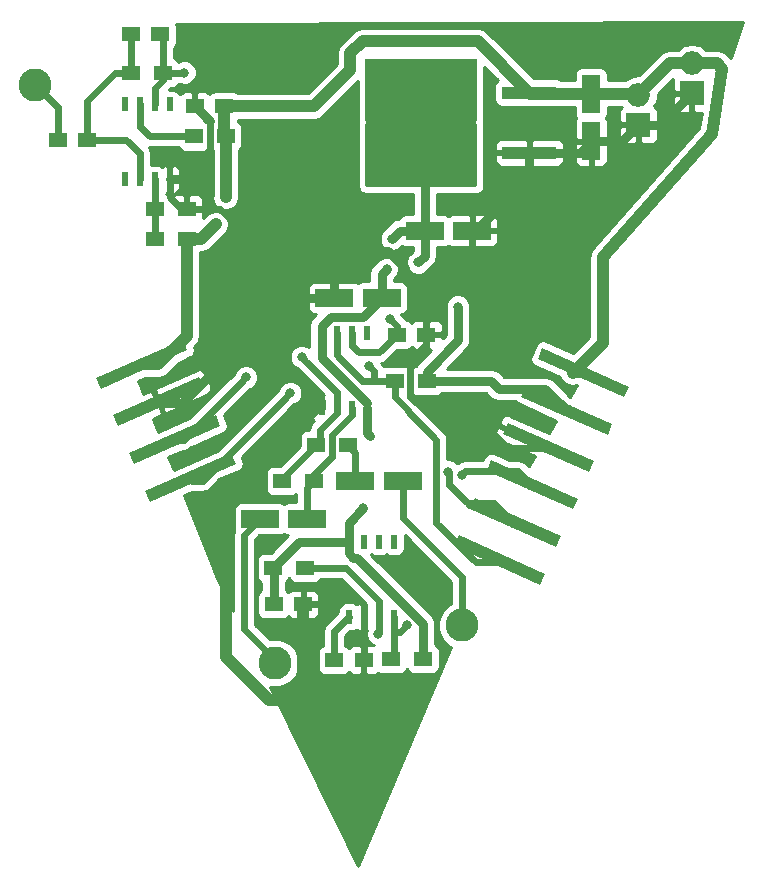
<source format=gbr>
G04 #@! TF.GenerationSoftware,KiCad,Pcbnew,no-vcs-found*
G04 #@! TF.CreationDate,2018-07-23T22:53:43+02:00*
G04 #@! TF.ProjectId,mycelium_pcb_sensor,6D7963656C69756D5F7063625F73656E,rev?*
G04 #@! TF.SameCoordinates,Original
G04 #@! TF.FileFunction,Copper,L1,Top,Signal*
G04 #@! TF.FilePolarity,Positive*
%FSLAX46Y46*%
G04 Gerber Fmt 4.6, Leading zero omitted, Abs format (unit mm)*
G04 Created by KiCad (PCBNEW no-vcs-found) date Mon Jul 23 22:53:43 2018*
%MOMM*%
%LPD*%
G01*
G04 APERTURE LIST*
%ADD10O,2.000000X2.000000*%
%ADD11R,2.000000X2.000000*%
%ADD12C,1.000000*%
%ADD13C,0.050000*%
%ADD14R,1.500000X3.200000*%
%ADD15R,3.200000X1.500000*%
%ADD16R,1.500000X1.250000*%
%ADD17C,2.800000*%
%ADD18R,0.508000X1.143000*%
%ADD19R,1.500000X1.300000*%
%ADD20R,4.600000X1.100000*%
%ADD21R,9.400000X10.800000*%
%ADD22R,4.550000X5.250000*%
%ADD23C,0.800000*%
%ADD24C,0.250000*%
%ADD25C,1.000000*%
%ADD26C,0.800000*%
%ADD27C,0.600000*%
%ADD28C,0.254000*%
G04 APERTURE END LIST*
D10*
X87210900Y-45999400D03*
D11*
X87210900Y-48539400D03*
D12*
X40627300Y-71475600D03*
D13*
G36*
X44484850Y-70305426D02*
X37176486Y-73559319D01*
X36769750Y-72645774D01*
X44078114Y-69391881D01*
X44484850Y-70305426D01*
X44484850Y-70305426D01*
G37*
D14*
X78676500Y-48584100D03*
X78676500Y-52584100D03*
D15*
X64586100Y-60185300D03*
X68586100Y-60185300D03*
D16*
X33497200Y-52476400D03*
X35997200Y-52476400D03*
X42194800Y-43561000D03*
X39694800Y-43561000D03*
X47617700Y-49644300D03*
X45117700Y-49644300D03*
D15*
X54654200Y-84582000D03*
X50654200Y-84582000D03*
X58718700Y-81407000D03*
X62718700Y-81407000D03*
D16*
X62224600Y-68986400D03*
X64724600Y-68986400D03*
D15*
X56940700Y-65874900D03*
X60940700Y-65874900D03*
D16*
X56916000Y-96545400D03*
X59416000Y-96545400D03*
X54285200Y-91821000D03*
X51785200Y-91821000D03*
D11*
X82677000Y-51206400D03*
D10*
X82677000Y-48666400D03*
D17*
X31559500Y-47802800D03*
X51917600Y-96786700D03*
X67729100Y-93599000D03*
D12*
X78003400Y-72199500D03*
D13*
G36*
X81454214Y-74283219D02*
X74145850Y-71029326D01*
X74552586Y-70115781D01*
X81860950Y-73369674D01*
X81454214Y-74283219D01*
X81454214Y-74283219D01*
G37*
D12*
X76606400Y-75387200D03*
D13*
G36*
X80057214Y-77470919D02*
X72748850Y-74217026D01*
X73155586Y-73303481D01*
X80463950Y-76557374D01*
X80057214Y-77470919D01*
X80057214Y-77470919D01*
G37*
D12*
X75044300Y-78536800D03*
D13*
G36*
X78495114Y-80620519D02*
X71186750Y-77366626D01*
X71593486Y-76453081D01*
X78901850Y-79706974D01*
X78495114Y-80620519D01*
X78495114Y-80620519D01*
G37*
D12*
X73672700Y-81699100D03*
D13*
G36*
X77123514Y-83782819D02*
X69815150Y-80528926D01*
X70221886Y-79615381D01*
X77530250Y-82869274D01*
X77123514Y-83782819D01*
X77123514Y-83782819D01*
G37*
D12*
X72250300Y-84886800D03*
D13*
G36*
X75701114Y-86970519D02*
X68392750Y-83716626D01*
X68799486Y-82803081D01*
X76107850Y-86056974D01*
X75701114Y-86970519D01*
X75701114Y-86970519D01*
G37*
D12*
X70916800Y-88061800D03*
D13*
G36*
X74367614Y-90145519D02*
X67059250Y-86891626D01*
X67465986Y-85978081D01*
X74774350Y-89231974D01*
X74367614Y-90145519D01*
X74367614Y-90145519D01*
G37*
D12*
X42024300Y-74650600D03*
D13*
G36*
X45881850Y-73480426D02*
X38573486Y-76734319D01*
X38166750Y-75820774D01*
X45475114Y-72566881D01*
X45881850Y-73480426D01*
X45881850Y-73480426D01*
G37*
D12*
X43421300Y-77863700D03*
D13*
G36*
X47278850Y-76693526D02*
X39970486Y-79947419D01*
X39563750Y-79033874D01*
X46872114Y-75779981D01*
X47278850Y-76693526D01*
X47278850Y-76693526D01*
G37*
D12*
X44754800Y-81076800D03*
D13*
G36*
X48612350Y-79906626D02*
X41303986Y-83160519D01*
X40897250Y-82246974D01*
X48205614Y-78993081D01*
X48612350Y-79906626D01*
X48612350Y-79906626D01*
G37*
D18*
X58166000Y-92862400D03*
X59436000Y-92862400D03*
X60706000Y-92862400D03*
X61976000Y-92862400D03*
X61976000Y-86512400D03*
X60706000Y-86512400D03*
X59436000Y-86512400D03*
X58166000Y-86512400D03*
D19*
X62035700Y-72898000D03*
X64735700Y-72898000D03*
X41728400Y-60858400D03*
X44428400Y-60858400D03*
X41728400Y-58343800D03*
X44428400Y-58343800D03*
X45055800Y-52184300D03*
X47755800Y-52184300D03*
X39721800Y-46837600D03*
X42421800Y-46837600D03*
X58080900Y-78333600D03*
X55380900Y-78333600D03*
X55223400Y-81381600D03*
X52523400Y-81381600D03*
X51748700Y-88722200D03*
X54448700Y-88722200D03*
X61743600Y-96431100D03*
X64443600Y-96431100D03*
D20*
X73427900Y-53568600D03*
X73427900Y-48488600D03*
D21*
X64277900Y-51028600D03*
D22*
X61852900Y-48253600D03*
X66702900Y-53803600D03*
X61852900Y-53803600D03*
X66702900Y-48253600D03*
D18*
X39192200Y-49479200D03*
X40462200Y-49479200D03*
X41732200Y-49479200D03*
X43002200Y-49479200D03*
X43002200Y-55829200D03*
X41732200Y-55829200D03*
X40462200Y-55829200D03*
X39192200Y-55829200D03*
X55854600Y-75184000D03*
X57124600Y-75184000D03*
X58394600Y-75184000D03*
X59664600Y-75184000D03*
X59664600Y-68834000D03*
X58394600Y-68834000D03*
X57124600Y-68834000D03*
X55854600Y-68834000D03*
D23*
X69964300Y-70142100D03*
X68224400Y-63030100D03*
X54648100Y-94996000D03*
X59397900Y-99301300D03*
X56210200Y-90474800D03*
X45770800Y-71132700D03*
X69062600Y-76225400D03*
X54254400Y-75438000D03*
X42799000Y-53759100D03*
X45707300Y-55600600D03*
X56883300Y-62750700D03*
X52920900Y-65874900D03*
X64312800Y-66217800D03*
X71755000Y-60236100D03*
X77952600Y-55765700D03*
X61353700Y-63423800D03*
X61798200Y-60858400D03*
X59397900Y-83667600D03*
X59931300Y-77533500D03*
X64033400Y-62865000D03*
X67386200Y-66611500D03*
X47726600Y-57327800D03*
X46888400Y-59626500D03*
X49453800Y-72580500D03*
X44234100Y-46786800D03*
X61607700Y-67627500D03*
X54178200Y-70866000D03*
X67703700Y-80835500D03*
X63119000Y-93573600D03*
X66522600Y-80581500D03*
X60655200Y-94322900D03*
X53187600Y-73914000D03*
X59880500Y-71666100D03*
D24*
X54648100Y-94996000D02*
X54285200Y-94996000D01*
X69062600Y-76225400D02*
X69176900Y-76111100D01*
X56940700Y-63137800D02*
X56940700Y-62808100D01*
X56940700Y-62808100D02*
X56883300Y-62750700D01*
D25*
X54285200Y-91821000D02*
X54285200Y-94996000D01*
X54285200Y-94996000D02*
X54285200Y-99511800D01*
X55397400Y-75209400D02*
X55397400Y-74599800D01*
X47739300Y-82867500D02*
X55397400Y-75209400D01*
X47739300Y-96278700D02*
X47739300Y-82867500D01*
X51384200Y-99923600D02*
X47739300Y-96278700D01*
X53873400Y-99923600D02*
X51384200Y-99923600D01*
X54285200Y-99511800D02*
X53873400Y-99923600D01*
D26*
X78676500Y-52584100D02*
X81299300Y-52584100D01*
X81299300Y-52584100D02*
X82677000Y-51206400D01*
X82677000Y-51206400D02*
X84543900Y-51206400D01*
X84543900Y-51206400D02*
X87210900Y-48539400D01*
D27*
X52920900Y-65874900D02*
X52920900Y-64046100D01*
X47218600Y-58343800D02*
X44428400Y-58343800D01*
X52920900Y-64046100D02*
X47218600Y-58343800D01*
X44428400Y-58343800D02*
X43980100Y-58343800D01*
X43980100Y-58343800D02*
X43002200Y-57365900D01*
X43002200Y-57365900D02*
X43002200Y-55829200D01*
D26*
X67316350Y-64522350D02*
X63734950Y-64522350D01*
X56940700Y-63137800D02*
X56940700Y-65874900D01*
X58216800Y-61861700D02*
X56940700Y-63137800D01*
X61468000Y-61861700D02*
X58216800Y-61861700D01*
X62915800Y-63309500D02*
X61468000Y-61861700D01*
X62915800Y-63703200D02*
X62915800Y-63309500D01*
X63734950Y-64522350D02*
X62915800Y-63703200D01*
D27*
X55854600Y-75184000D02*
X55854600Y-74599800D01*
X55854600Y-74599800D02*
X54902100Y-73647300D01*
X52882800Y-68084700D02*
X51796950Y-66998850D01*
X54902100Y-73647300D02*
X52882800Y-71628000D01*
X52882800Y-71628000D02*
X52882800Y-68084700D01*
X64724600Y-68986400D02*
X64724600Y-67114100D01*
X68586100Y-63252600D02*
X68586100Y-60185300D01*
X64724600Y-67114100D02*
X67316350Y-64522350D01*
X67316350Y-64522350D02*
X68586100Y-63252600D01*
X75044300Y-78536800D02*
X71602600Y-78536800D01*
X64724600Y-69730300D02*
X64724600Y-68986400D01*
X63360300Y-71094600D02*
X64724600Y-69730300D01*
X63360300Y-74218800D02*
X63360300Y-71094600D01*
X63931800Y-74790300D02*
X63360300Y-74218800D01*
X67856100Y-74790300D02*
X63931800Y-74790300D01*
X71602600Y-78536800D02*
X69176900Y-76111100D01*
X69176900Y-76111100D02*
X67856100Y-74790300D01*
X54285200Y-91821000D02*
X56210200Y-91821000D01*
X59436000Y-91871800D02*
X59436000Y-92862400D01*
X58699400Y-91135200D02*
X59436000Y-91871800D01*
X56896000Y-91135200D02*
X58699400Y-91135200D01*
X56210200Y-91821000D02*
X56896000Y-91135200D01*
X59416000Y-96545400D02*
X59416000Y-92882400D01*
X59416000Y-92882400D02*
X59436000Y-92862400D01*
D26*
X42075100Y-74764900D02*
X44030900Y-74764900D01*
X44030900Y-74764900D02*
X51796950Y-66998850D01*
X51796950Y-66998850D02*
X52920900Y-65874900D01*
X52920900Y-65874900D02*
X56940700Y-65874900D01*
X43002200Y-55829200D02*
X44030900Y-55829200D01*
X46367700Y-50894300D02*
X45117700Y-49644300D01*
D27*
X46367700Y-53492400D02*
X46367700Y-50894300D01*
D26*
X44030900Y-55829200D02*
X46367700Y-53492400D01*
X73427900Y-53568600D02*
X77692000Y-53568600D01*
X77692000Y-53568600D02*
X78676500Y-52584100D01*
X68586100Y-60185300D02*
X68808600Y-60185300D01*
X68808600Y-60185300D02*
X73427900Y-55566000D01*
X73427900Y-55566000D02*
X73427900Y-53568600D01*
X60940700Y-65874900D02*
X60940700Y-63836800D01*
X60940700Y-63836800D02*
X61353700Y-63423800D01*
X61798200Y-60858400D02*
X62471300Y-60185300D01*
X62471300Y-60185300D02*
X64586100Y-60185300D01*
X58166000Y-86512400D02*
X58166000Y-84899500D01*
X58166000Y-84899500D02*
X59397900Y-83667600D01*
X59931300Y-77533500D02*
X59664600Y-77266800D01*
X59664600Y-77266800D02*
X59664600Y-75184000D01*
X64735700Y-72898000D02*
X64735700Y-72106800D01*
X64586100Y-62312300D02*
X64586100Y-60185300D01*
X64033400Y-62865000D02*
X64586100Y-62312300D01*
X67386200Y-69456300D02*
X67386200Y-66611500D01*
X64735700Y-72106800D02*
X67386200Y-69456300D01*
X55854600Y-68834000D02*
X55854600Y-68237100D01*
X55854600Y-68237100D02*
X56616600Y-67475100D01*
X56616600Y-67475100D02*
X59340500Y-67475100D01*
X59340500Y-67475100D02*
X60940700Y-65874900D01*
D27*
X59664600Y-75184000D02*
X59664600Y-74752200D01*
D26*
X59664600Y-74752200D02*
X55854600Y-70942200D01*
X55854600Y-70942200D02*
X55854600Y-68834000D01*
X64735700Y-72898000D02*
X70205600Y-72898000D01*
X70205600Y-72898000D02*
X70878700Y-73571100D01*
X70878700Y-73571100D02*
X74790300Y-73571100D01*
X74790300Y-73571100D02*
X76606400Y-75387200D01*
X64443600Y-96431100D02*
X64443600Y-93437700D01*
X64443600Y-93437700D02*
X58877200Y-87871300D01*
X58877200Y-87871300D02*
X58534300Y-87871300D01*
X58534300Y-87871300D02*
X58166000Y-87503000D01*
X58166000Y-87503000D02*
X58166000Y-86512400D01*
X51785200Y-91821000D02*
X51785200Y-88758700D01*
D27*
X51785200Y-88758700D02*
X52133500Y-88410400D01*
X52133500Y-88410400D02*
X52133500Y-88315800D01*
D26*
X52133500Y-88315800D02*
X53936900Y-86512400D01*
X53936900Y-86512400D02*
X58166000Y-86512400D01*
X64586100Y-60185300D02*
X64586100Y-51336800D01*
X64586100Y-51336800D02*
X64277900Y-51028600D01*
D25*
X78676500Y-48584100D02*
X82594700Y-48584100D01*
X82759300Y-48584100D02*
X73523400Y-48584100D01*
X87210900Y-45999400D02*
X85344000Y-45999400D01*
X85344000Y-45999400D02*
X82759300Y-48584100D01*
X44428400Y-60858400D02*
X45656500Y-60858400D01*
X47755800Y-57298600D02*
X47755800Y-52184300D01*
X47726600Y-57327800D02*
X47755800Y-57298600D01*
X45656500Y-60858400D02*
X46888400Y-59626500D01*
X40627300Y-71475600D02*
X42011600Y-71475600D01*
X42011600Y-71475600D02*
X44428400Y-69058800D01*
X44428400Y-69058800D02*
X44428400Y-60858400D01*
D27*
X82594700Y-48584100D02*
X82677000Y-48666400D01*
D25*
X47617700Y-49644300D02*
X55194200Y-49644300D01*
X69059100Y-44119800D02*
X73427900Y-48488600D01*
X59334400Y-44119800D02*
X69059100Y-44119800D01*
X58280300Y-45173900D02*
X59334400Y-44119800D01*
X58280300Y-46558200D02*
X58280300Y-45173900D01*
X55194200Y-49644300D02*
X58280300Y-46558200D01*
X47617700Y-49644300D02*
X47617700Y-52046200D01*
D26*
X47617700Y-52046200D02*
X47755800Y-52184300D01*
D27*
X47755800Y-52184300D02*
X47755800Y-49782400D01*
X47755800Y-49782400D02*
X47617700Y-49644300D01*
D26*
X78003400Y-72199500D02*
X77114400Y-72199500D01*
D25*
X77114400Y-72199500D02*
X79654400Y-69659500D01*
X89293700Y-45999400D02*
X87210900Y-45999400D01*
X89789000Y-46494700D02*
X89293700Y-45999400D01*
X88887300Y-52006500D02*
X89789000Y-46494700D01*
X79654400Y-62407800D02*
X88887300Y-52006500D01*
X79654400Y-69659500D02*
X79654400Y-62407800D01*
D26*
X73523400Y-48584100D02*
X73427900Y-48488600D01*
X78003400Y-72199500D02*
X77495400Y-72199500D01*
X40627300Y-71475600D02*
X41452800Y-71475600D01*
D27*
X33497200Y-52476400D02*
X33497200Y-49740500D01*
X33497200Y-49740500D02*
X31559500Y-47802800D01*
X35997200Y-52476400D02*
X39331900Y-52476400D01*
X40462200Y-53606700D02*
X40462200Y-55829200D01*
X39331900Y-52476400D02*
X40462200Y-53606700D01*
X35997200Y-52476400D02*
X35997200Y-49232500D01*
X38392100Y-46837600D02*
X39721800Y-46837600D01*
X35997200Y-49232500D02*
X38392100Y-46837600D01*
X39721800Y-46837600D02*
X39721800Y-43588000D01*
X39721800Y-43588000D02*
X39694800Y-43561000D01*
X43421300Y-77863700D02*
X44170600Y-77863700D01*
X44170600Y-77863700D02*
X49453800Y-72580500D01*
X44234100Y-46786800D02*
X44183300Y-46837600D01*
X44183300Y-46837600D02*
X42421800Y-46837600D01*
X41732200Y-49479200D02*
X41732200Y-48107600D01*
X41732200Y-48107600D02*
X42421800Y-47418000D01*
X42421800Y-47418000D02*
X42421800Y-43788000D01*
X42421800Y-43788000D02*
X42194800Y-43561000D01*
X55223400Y-81381600D02*
X55223400Y-80793600D01*
X55223400Y-80793600D02*
X56718200Y-79298800D01*
X58394600Y-75819000D02*
X58394600Y-75184000D01*
X56718200Y-77495400D02*
X58394600Y-75819000D01*
X56718200Y-79298800D02*
X56718200Y-77495400D01*
X54654200Y-84582000D02*
X54654200Y-81950800D01*
X54654200Y-81950800D02*
X55223400Y-81381600D01*
X51917600Y-96786700D02*
X51917600Y-96558100D01*
X51917600Y-96558100D02*
X49288700Y-93929200D01*
X49288700Y-93929200D02*
X49288700Y-85947500D01*
X49288700Y-85947500D02*
X50654200Y-84582000D01*
X58718700Y-81407000D02*
X58718700Y-78971400D01*
X58718700Y-78971400D02*
X58080900Y-78333600D01*
X58718700Y-81407000D02*
X57746900Y-81407000D01*
X67729100Y-93599000D02*
X67729100Y-89509600D01*
X62718700Y-84499200D02*
X62718700Y-81407000D01*
X67729100Y-89509600D02*
X62718700Y-84499200D01*
X57124600Y-75184000D02*
X57124600Y-73850500D01*
X62224600Y-68244400D02*
X62224600Y-68986400D01*
X61607700Y-67627500D02*
X62224600Y-68244400D01*
X54368700Y-71056500D02*
X54178200Y-70866000D01*
X54368700Y-71094600D02*
X54368700Y-71056500D01*
X57124600Y-73850500D02*
X54368700Y-71094600D01*
X52523400Y-81381600D02*
X52523400Y-81191100D01*
X52523400Y-81191100D02*
X55714900Y-77999600D01*
X55714900Y-77999600D02*
X55714900Y-77050900D01*
X55714900Y-77050900D02*
X57124600Y-75641200D01*
X57124600Y-75641200D02*
X57124600Y-75184000D01*
X58394600Y-68834000D02*
X58394600Y-69900800D01*
X58394600Y-69900800D02*
X58978800Y-70485000D01*
X58978800Y-70485000D02*
X60726000Y-70485000D01*
X60726000Y-70485000D02*
X62224600Y-68986400D01*
X56916000Y-96545400D02*
X56916000Y-94112400D01*
X56916000Y-94112400D02*
X58166000Y-92862400D01*
X69380100Y-80518000D02*
X72491600Y-80518000D01*
X72491600Y-80518000D02*
X73672700Y-81699100D01*
X61976000Y-94183200D02*
X62509400Y-94183200D01*
X68021200Y-80518000D02*
X69380100Y-80518000D01*
X69380100Y-80518000D02*
X69900800Y-80518000D01*
X67703700Y-80835500D02*
X68021200Y-80518000D01*
X62509400Y-94183200D02*
X63119000Y-93573600D01*
X61976000Y-92862400D02*
X61976000Y-94183200D01*
X61976000Y-94183200D02*
X61976000Y-96198700D01*
X61976000Y-96198700D02*
X61743600Y-96431100D01*
X68256150Y-83267550D02*
X70415150Y-83267550D01*
X70415150Y-83267550D02*
X72224900Y-85077300D01*
X60706000Y-92862400D02*
X60706000Y-94272100D01*
X66675000Y-81686400D02*
X68256150Y-83267550D01*
X68256150Y-83267550D02*
X68351400Y-83362800D01*
X66675000Y-80733900D02*
X66675000Y-81686400D01*
X66522600Y-80581500D02*
X66675000Y-80733900D01*
X60706000Y-94272100D02*
X60655200Y-94322900D01*
X60706000Y-92862400D02*
X60706000Y-91528900D01*
X57899300Y-88722200D02*
X54448700Y-88722200D01*
X60706000Y-91528900D02*
X57899300Y-88722200D01*
X44869100Y-81356200D02*
X45770800Y-81356200D01*
X45770800Y-81356200D02*
X53187600Y-73914000D01*
X59880500Y-71666100D02*
X60312300Y-72097900D01*
X60312300Y-72097900D02*
X60312300Y-72898000D01*
X62035700Y-72898000D02*
X60312300Y-72898000D01*
X60312300Y-72898000D02*
X59296300Y-72898000D01*
X57124600Y-70726300D02*
X57124600Y-68834000D01*
X59296300Y-72898000D02*
X57124600Y-70726300D01*
X70853300Y-88239600D02*
X68922900Y-88239600D01*
X62035700Y-74265800D02*
X62035700Y-72898000D01*
X63131700Y-75361800D02*
X62035700Y-74265800D01*
X63131700Y-75476100D02*
X63131700Y-75361800D01*
X65570100Y-77914500D02*
X63131700Y-75476100D01*
X65570100Y-84886800D02*
X65570100Y-77914500D01*
X68922900Y-88239600D02*
X65570100Y-84886800D01*
X41728400Y-60858400D02*
X41728400Y-58343800D01*
X41728400Y-58343800D02*
X41728400Y-55833000D01*
X41728400Y-55833000D02*
X41732200Y-55829200D01*
X45055800Y-52184300D02*
X41287700Y-52184300D01*
X40462200Y-51358800D02*
X40462200Y-49479200D01*
X41287700Y-52184300D02*
X40462200Y-51358800D01*
D28*
G36*
X52806435Y-85930157D02*
X53014121Y-85971468D01*
X51560828Y-87424760D01*
X50998700Y-87424760D01*
X50750935Y-87474043D01*
X50540891Y-87614391D01*
X50400543Y-87824435D01*
X50351260Y-88072200D01*
X50351260Y-89372200D01*
X50400543Y-89619965D01*
X50540891Y-89830009D01*
X50750200Y-89969866D01*
X50750200Y-90622723D01*
X50577391Y-90738191D01*
X50437043Y-90948235D01*
X50387760Y-91196000D01*
X50387760Y-92446000D01*
X50437043Y-92693765D01*
X50577391Y-92903809D01*
X50787435Y-93044157D01*
X51035200Y-93093440D01*
X52535200Y-93093440D01*
X52782965Y-93044157D01*
X52993009Y-92903809D01*
X53033854Y-92842680D01*
X53175502Y-92984327D01*
X53408891Y-93081000D01*
X53999450Y-93081000D01*
X54158200Y-92922250D01*
X54158200Y-91948000D01*
X54412200Y-91948000D01*
X54412200Y-92922250D01*
X54570950Y-93081000D01*
X55161509Y-93081000D01*
X55394898Y-92984327D01*
X55573527Y-92805699D01*
X55670200Y-92572310D01*
X55670200Y-92106750D01*
X55511450Y-91948000D01*
X54412200Y-91948000D01*
X54158200Y-91948000D01*
X54138200Y-91948000D01*
X54138200Y-91694000D01*
X54158200Y-91694000D01*
X54158200Y-90719750D01*
X54412200Y-90719750D01*
X54412200Y-91694000D01*
X55511450Y-91694000D01*
X55670200Y-91535250D01*
X55670200Y-91069690D01*
X55573527Y-90836301D01*
X55394898Y-90657673D01*
X55161509Y-90561000D01*
X54570950Y-90561000D01*
X54412200Y-90719750D01*
X54158200Y-90719750D01*
X53999450Y-90561000D01*
X53408891Y-90561000D01*
X53175502Y-90657673D01*
X53033854Y-90799320D01*
X52993009Y-90738191D01*
X52820200Y-90622723D01*
X52820200Y-89921088D01*
X52956509Y-89830009D01*
X53096857Y-89619965D01*
X53098700Y-89610700D01*
X53100543Y-89619965D01*
X53240891Y-89830009D01*
X53450935Y-89970357D01*
X53698700Y-90019640D01*
X55198700Y-90019640D01*
X55446465Y-89970357D01*
X55656509Y-89830009D01*
X55771977Y-89657200D01*
X57512010Y-89657200D01*
X59616230Y-91761420D01*
X59563000Y-91814650D01*
X59563000Y-92735400D01*
X59583000Y-92735400D01*
X59583000Y-92989400D01*
X59563000Y-92989400D01*
X59563000Y-93910150D01*
X59663978Y-94011128D01*
X59620380Y-94116123D01*
X59620021Y-94527871D01*
X59777258Y-94908415D01*
X60068154Y-95199819D01*
X60274257Y-95285400D01*
X59701750Y-95285400D01*
X59543000Y-95444150D01*
X59543000Y-96418400D01*
X59563000Y-96418400D01*
X59563000Y-96672400D01*
X59543000Y-96672400D01*
X59543000Y-97646650D01*
X59701750Y-97805400D01*
X60292309Y-97805400D01*
X60525698Y-97708727D01*
X60631539Y-97602886D01*
X60745835Y-97679257D01*
X60993600Y-97728540D01*
X62493600Y-97728540D01*
X62741365Y-97679257D01*
X62951409Y-97538909D01*
X63091757Y-97328865D01*
X63093600Y-97319600D01*
X63095443Y-97328865D01*
X63235791Y-97538909D01*
X63445835Y-97679257D01*
X63693600Y-97728540D01*
X65193600Y-97728540D01*
X65441365Y-97679257D01*
X65651409Y-97538909D01*
X65791757Y-97328865D01*
X65841040Y-97081100D01*
X65841040Y-95781100D01*
X65791757Y-95533335D01*
X65651409Y-95323291D01*
X65478600Y-95207823D01*
X65478600Y-93437700D01*
X65434459Y-93215791D01*
X65399815Y-93041622D01*
X65300303Y-92892692D01*
X65175456Y-92705844D01*
X65175453Y-92705842D01*
X60065991Y-87596379D01*
X60071000Y-87593032D01*
X60204235Y-87682057D01*
X60452000Y-87731340D01*
X60960000Y-87731340D01*
X61207765Y-87682057D01*
X61341000Y-87593032D01*
X61474235Y-87682057D01*
X61722000Y-87731340D01*
X62230000Y-87731340D01*
X62477765Y-87682057D01*
X62687809Y-87541709D01*
X62828157Y-87331665D01*
X62877440Y-87083900D01*
X62877440Y-85980230D01*
X66794100Y-89896890D01*
X66794100Y-91783461D01*
X66577871Y-91872805D01*
X66004917Y-92444760D01*
X65694454Y-93192438D01*
X65693748Y-94002011D01*
X66002905Y-94750229D01*
X66574860Y-95323183D01*
X66791719Y-95413231D01*
X58919644Y-113994163D01*
X51484199Y-98810202D01*
X51511038Y-98821346D01*
X52320611Y-98822052D01*
X53068829Y-98512895D01*
X53641783Y-97940940D01*
X53952246Y-97193262D01*
X53952952Y-96383689D01*
X53761526Y-95920400D01*
X55518560Y-95920400D01*
X55518560Y-97170400D01*
X55567843Y-97418165D01*
X55708191Y-97628209D01*
X55918235Y-97768557D01*
X56166000Y-97817840D01*
X57666000Y-97817840D01*
X57913765Y-97768557D01*
X58123809Y-97628209D01*
X58164654Y-97567080D01*
X58306302Y-97708727D01*
X58539691Y-97805400D01*
X59130250Y-97805400D01*
X59289000Y-97646650D01*
X59289000Y-96672400D01*
X59269000Y-96672400D01*
X59269000Y-96418400D01*
X59289000Y-96418400D01*
X59289000Y-95444150D01*
X59130250Y-95285400D01*
X58539691Y-95285400D01*
X58306302Y-95382073D01*
X58164654Y-95523720D01*
X58123809Y-95462591D01*
X57913765Y-95322243D01*
X57851000Y-95309758D01*
X57851000Y-94499690D01*
X58269350Y-94081340D01*
X58420000Y-94081340D01*
X58667765Y-94032057D01*
X58796268Y-93946193D01*
X58822302Y-93972227D01*
X59055691Y-94068900D01*
X59150250Y-94068900D01*
X59309000Y-93910150D01*
X59309000Y-92989400D01*
X59289000Y-92989400D01*
X59289000Y-92735400D01*
X59309000Y-92735400D01*
X59309000Y-91814650D01*
X59150250Y-91655900D01*
X59055691Y-91655900D01*
X58822302Y-91752573D01*
X58796268Y-91778607D01*
X58667765Y-91692743D01*
X58420000Y-91643460D01*
X57912000Y-91643460D01*
X57664235Y-91692743D01*
X57454191Y-91833091D01*
X57313843Y-92043135D01*
X57264560Y-92290900D01*
X57264560Y-92441550D01*
X56254855Y-93451255D01*
X56052173Y-93754591D01*
X55981000Y-94112400D01*
X55981000Y-95309758D01*
X55918235Y-95322243D01*
X55708191Y-95462591D01*
X55567843Y-95672635D01*
X55518560Y-95920400D01*
X53761526Y-95920400D01*
X53643795Y-95635471D01*
X53071840Y-95062517D01*
X52324162Y-94752054D01*
X51514589Y-94751348D01*
X51456953Y-94775163D01*
X50223700Y-93541910D01*
X50223700Y-86334790D01*
X50579050Y-85979440D01*
X52254200Y-85979440D01*
X52501965Y-85930157D01*
X52654200Y-85828436D01*
X52806435Y-85930157D01*
X52806435Y-85930157D01*
G37*
X52806435Y-85930157D02*
X53014121Y-85971468D01*
X51560828Y-87424760D01*
X50998700Y-87424760D01*
X50750935Y-87474043D01*
X50540891Y-87614391D01*
X50400543Y-87824435D01*
X50351260Y-88072200D01*
X50351260Y-89372200D01*
X50400543Y-89619965D01*
X50540891Y-89830009D01*
X50750200Y-89969866D01*
X50750200Y-90622723D01*
X50577391Y-90738191D01*
X50437043Y-90948235D01*
X50387760Y-91196000D01*
X50387760Y-92446000D01*
X50437043Y-92693765D01*
X50577391Y-92903809D01*
X50787435Y-93044157D01*
X51035200Y-93093440D01*
X52535200Y-93093440D01*
X52782965Y-93044157D01*
X52993009Y-92903809D01*
X53033854Y-92842680D01*
X53175502Y-92984327D01*
X53408891Y-93081000D01*
X53999450Y-93081000D01*
X54158200Y-92922250D01*
X54158200Y-91948000D01*
X54412200Y-91948000D01*
X54412200Y-92922250D01*
X54570950Y-93081000D01*
X55161509Y-93081000D01*
X55394898Y-92984327D01*
X55573527Y-92805699D01*
X55670200Y-92572310D01*
X55670200Y-92106750D01*
X55511450Y-91948000D01*
X54412200Y-91948000D01*
X54158200Y-91948000D01*
X54138200Y-91948000D01*
X54138200Y-91694000D01*
X54158200Y-91694000D01*
X54158200Y-90719750D01*
X54412200Y-90719750D01*
X54412200Y-91694000D01*
X55511450Y-91694000D01*
X55670200Y-91535250D01*
X55670200Y-91069690D01*
X55573527Y-90836301D01*
X55394898Y-90657673D01*
X55161509Y-90561000D01*
X54570950Y-90561000D01*
X54412200Y-90719750D01*
X54158200Y-90719750D01*
X53999450Y-90561000D01*
X53408891Y-90561000D01*
X53175502Y-90657673D01*
X53033854Y-90799320D01*
X52993009Y-90738191D01*
X52820200Y-90622723D01*
X52820200Y-89921088D01*
X52956509Y-89830009D01*
X53096857Y-89619965D01*
X53098700Y-89610700D01*
X53100543Y-89619965D01*
X53240891Y-89830009D01*
X53450935Y-89970357D01*
X53698700Y-90019640D01*
X55198700Y-90019640D01*
X55446465Y-89970357D01*
X55656509Y-89830009D01*
X55771977Y-89657200D01*
X57512010Y-89657200D01*
X59616230Y-91761420D01*
X59563000Y-91814650D01*
X59563000Y-92735400D01*
X59583000Y-92735400D01*
X59583000Y-92989400D01*
X59563000Y-92989400D01*
X59563000Y-93910150D01*
X59663978Y-94011128D01*
X59620380Y-94116123D01*
X59620021Y-94527871D01*
X59777258Y-94908415D01*
X60068154Y-95199819D01*
X60274257Y-95285400D01*
X59701750Y-95285400D01*
X59543000Y-95444150D01*
X59543000Y-96418400D01*
X59563000Y-96418400D01*
X59563000Y-96672400D01*
X59543000Y-96672400D01*
X59543000Y-97646650D01*
X59701750Y-97805400D01*
X60292309Y-97805400D01*
X60525698Y-97708727D01*
X60631539Y-97602886D01*
X60745835Y-97679257D01*
X60993600Y-97728540D01*
X62493600Y-97728540D01*
X62741365Y-97679257D01*
X62951409Y-97538909D01*
X63091757Y-97328865D01*
X63093600Y-97319600D01*
X63095443Y-97328865D01*
X63235791Y-97538909D01*
X63445835Y-97679257D01*
X63693600Y-97728540D01*
X65193600Y-97728540D01*
X65441365Y-97679257D01*
X65651409Y-97538909D01*
X65791757Y-97328865D01*
X65841040Y-97081100D01*
X65841040Y-95781100D01*
X65791757Y-95533335D01*
X65651409Y-95323291D01*
X65478600Y-95207823D01*
X65478600Y-93437700D01*
X65434459Y-93215791D01*
X65399815Y-93041622D01*
X65300303Y-92892692D01*
X65175456Y-92705844D01*
X65175453Y-92705842D01*
X60065991Y-87596379D01*
X60071000Y-87593032D01*
X60204235Y-87682057D01*
X60452000Y-87731340D01*
X60960000Y-87731340D01*
X61207765Y-87682057D01*
X61341000Y-87593032D01*
X61474235Y-87682057D01*
X61722000Y-87731340D01*
X62230000Y-87731340D01*
X62477765Y-87682057D01*
X62687809Y-87541709D01*
X62828157Y-87331665D01*
X62877440Y-87083900D01*
X62877440Y-85980230D01*
X66794100Y-89896890D01*
X66794100Y-91783461D01*
X66577871Y-91872805D01*
X66004917Y-92444760D01*
X65694454Y-93192438D01*
X65693748Y-94002011D01*
X66002905Y-94750229D01*
X66574860Y-95323183D01*
X66791719Y-95413231D01*
X58919644Y-113994163D01*
X51484199Y-98810202D01*
X51511038Y-98821346D01*
X52320611Y-98822052D01*
X53068829Y-98512895D01*
X53641783Y-97940940D01*
X53952246Y-97193262D01*
X53952952Y-96383689D01*
X53761526Y-95920400D01*
X55518560Y-95920400D01*
X55518560Y-97170400D01*
X55567843Y-97418165D01*
X55708191Y-97628209D01*
X55918235Y-97768557D01*
X56166000Y-97817840D01*
X57666000Y-97817840D01*
X57913765Y-97768557D01*
X58123809Y-97628209D01*
X58164654Y-97567080D01*
X58306302Y-97708727D01*
X58539691Y-97805400D01*
X59130250Y-97805400D01*
X59289000Y-97646650D01*
X59289000Y-96672400D01*
X59269000Y-96672400D01*
X59269000Y-96418400D01*
X59289000Y-96418400D01*
X59289000Y-95444150D01*
X59130250Y-95285400D01*
X58539691Y-95285400D01*
X58306302Y-95382073D01*
X58164654Y-95523720D01*
X58123809Y-95462591D01*
X57913765Y-95322243D01*
X57851000Y-95309758D01*
X57851000Y-94499690D01*
X58269350Y-94081340D01*
X58420000Y-94081340D01*
X58667765Y-94032057D01*
X58796268Y-93946193D01*
X58822302Y-93972227D01*
X59055691Y-94068900D01*
X59150250Y-94068900D01*
X59309000Y-93910150D01*
X59309000Y-92989400D01*
X59289000Y-92989400D01*
X59289000Y-92735400D01*
X59309000Y-92735400D01*
X59309000Y-91814650D01*
X59150250Y-91655900D01*
X59055691Y-91655900D01*
X58822302Y-91752573D01*
X58796268Y-91778607D01*
X58667765Y-91692743D01*
X58420000Y-91643460D01*
X57912000Y-91643460D01*
X57664235Y-91692743D01*
X57454191Y-91833091D01*
X57313843Y-92043135D01*
X57264560Y-92290900D01*
X57264560Y-92441550D01*
X56254855Y-93451255D01*
X56052173Y-93754591D01*
X55981000Y-94112400D01*
X55981000Y-95309758D01*
X55918235Y-95322243D01*
X55708191Y-95462591D01*
X55567843Y-95672635D01*
X55518560Y-95920400D01*
X53761526Y-95920400D01*
X53643795Y-95635471D01*
X53071840Y-95062517D01*
X52324162Y-94752054D01*
X51514589Y-94751348D01*
X51456953Y-94775163D01*
X50223700Y-93541910D01*
X50223700Y-86334790D01*
X50579050Y-85979440D01*
X52254200Y-85979440D01*
X52501965Y-85930157D01*
X52654200Y-85828436D01*
X52806435Y-85930157D01*
G36*
X70756933Y-47422765D02*
X70670091Y-47480791D01*
X70529743Y-47690835D01*
X70480460Y-47938600D01*
X70480460Y-49038600D01*
X70529743Y-49286365D01*
X70670091Y-49496409D01*
X70880135Y-49636757D01*
X71127900Y-49686040D01*
X73357197Y-49686040D01*
X73523400Y-49719100D01*
X77279060Y-49719100D01*
X77279060Y-50184100D01*
X77328343Y-50431865D01*
X77429427Y-50583147D01*
X77388173Y-50624402D01*
X77291500Y-50857791D01*
X77291500Y-52298350D01*
X77450250Y-52457100D01*
X78549500Y-52457100D01*
X78549500Y-52437100D01*
X78803500Y-52437100D01*
X78803500Y-52457100D01*
X79902750Y-52457100D01*
X80061500Y-52298350D01*
X80061500Y-51492150D01*
X81042000Y-51492150D01*
X81042000Y-52332710D01*
X81138673Y-52566099D01*
X81317302Y-52744727D01*
X81550691Y-52841400D01*
X82391250Y-52841400D01*
X82550000Y-52682650D01*
X82550000Y-51333400D01*
X82804000Y-51333400D01*
X82804000Y-52682650D01*
X82962750Y-52841400D01*
X83803309Y-52841400D01*
X84036698Y-52744727D01*
X84215327Y-52566099D01*
X84312000Y-52332710D01*
X84312000Y-51492150D01*
X84153250Y-51333400D01*
X82804000Y-51333400D01*
X82550000Y-51333400D01*
X81200750Y-51333400D01*
X81042000Y-51492150D01*
X80061500Y-51492150D01*
X80061500Y-50857791D01*
X79964827Y-50624402D01*
X79923573Y-50583147D01*
X80024657Y-50431865D01*
X80073940Y-50184100D01*
X80073940Y-49719100D01*
X81266275Y-49719100D01*
X81138673Y-49846701D01*
X81042000Y-50080090D01*
X81042000Y-50920650D01*
X81200750Y-51079400D01*
X82550000Y-51079400D01*
X82550000Y-51059400D01*
X82804000Y-51059400D01*
X82804000Y-51079400D01*
X84153250Y-51079400D01*
X84312000Y-50920650D01*
X84312000Y-50080090D01*
X84215327Y-49846701D01*
X84036698Y-49668073D01*
X83983166Y-49645899D01*
X84219575Y-49292087D01*
X84312454Y-48825150D01*
X85575900Y-48825150D01*
X85575900Y-49665710D01*
X85672573Y-49899099D01*
X85851202Y-50077727D01*
X86084591Y-50174400D01*
X86925150Y-50174400D01*
X87083900Y-50015650D01*
X87083900Y-48666400D01*
X85734650Y-48666400D01*
X85575900Y-48825150D01*
X84312454Y-48825150D01*
X84344032Y-48666400D01*
X84333762Y-48614770D01*
X85604508Y-47344024D01*
X85575900Y-47413090D01*
X85575900Y-48253650D01*
X85734650Y-48412400D01*
X87083900Y-48412400D01*
X87083900Y-48392400D01*
X87337900Y-48392400D01*
X87337900Y-48412400D01*
X87357900Y-48412400D01*
X87357900Y-48666400D01*
X87337900Y-48666400D01*
X87337900Y-50015650D01*
X87496650Y-50174400D01*
X88036934Y-50174400D01*
X87820260Y-51498857D01*
X78805576Y-61654326D01*
X78710429Y-61816862D01*
X78605797Y-61973454D01*
X78599125Y-62006997D01*
X78581847Y-62036512D01*
X78556143Y-62223080D01*
X78519400Y-62407800D01*
X78519400Y-69189367D01*
X77146717Y-70562051D01*
X74815924Y-69524315D01*
X74569534Y-69468563D01*
X74320564Y-69511344D01*
X74106918Y-69646145D01*
X73961120Y-69852444D01*
X73554384Y-70765989D01*
X73498632Y-71012378D01*
X73541413Y-71261348D01*
X73676214Y-71474994D01*
X73882512Y-71620792D01*
X76056851Y-72588870D01*
X76065797Y-72633845D01*
X76311834Y-73002066D01*
X76680055Y-73248103D01*
X77114400Y-73334500D01*
X77502487Y-73257304D01*
X76919466Y-74236554D01*
X75522156Y-72839244D01*
X75186377Y-72614885D01*
X74790300Y-72536099D01*
X74790295Y-72536100D01*
X71307411Y-72536100D01*
X70937456Y-72166144D01*
X70601677Y-71941785D01*
X70205600Y-71862999D01*
X70205595Y-71863000D01*
X66443212Y-71863000D01*
X68118053Y-70188158D01*
X68118056Y-70188156D01*
X68342415Y-69852377D01*
X68380781Y-69659500D01*
X68421201Y-69456300D01*
X68421200Y-69456295D01*
X68421200Y-66611500D01*
X68421379Y-66406529D01*
X68264142Y-66025985D01*
X67973246Y-65734581D01*
X67592977Y-65576680D01*
X67181229Y-65576321D01*
X66800685Y-65733558D01*
X66509281Y-66024454D01*
X66351380Y-66404723D01*
X66351021Y-66816471D01*
X66351200Y-66816904D01*
X66351200Y-69027589D01*
X66108119Y-69270669D01*
X65950850Y-69113400D01*
X64851600Y-69113400D01*
X64851600Y-70087650D01*
X65010350Y-70246400D01*
X65132388Y-70246400D01*
X64003844Y-71374944D01*
X63832767Y-71630980D01*
X63737935Y-71649843D01*
X63527891Y-71790191D01*
X63387543Y-72000235D01*
X63385700Y-72009500D01*
X63383857Y-72000235D01*
X63243509Y-71790191D01*
X63033465Y-71649843D01*
X62785700Y-71600560D01*
X61285700Y-71600560D01*
X61106688Y-71636167D01*
X60973445Y-71436755D01*
X60918416Y-71381726D01*
X61083809Y-71348827D01*
X61387145Y-71146145D01*
X62274450Y-70258840D01*
X62974600Y-70258840D01*
X63222365Y-70209557D01*
X63432409Y-70069209D01*
X63473254Y-70008080D01*
X63614902Y-70149727D01*
X63848291Y-70246400D01*
X64438850Y-70246400D01*
X64597600Y-70087650D01*
X64597600Y-69113400D01*
X64577600Y-69113400D01*
X64577600Y-68859400D01*
X64597600Y-68859400D01*
X64597600Y-67885150D01*
X64851600Y-67885150D01*
X64851600Y-68859400D01*
X65950850Y-68859400D01*
X66109600Y-68700650D01*
X66109600Y-68235090D01*
X66012927Y-68001701D01*
X65834298Y-67823073D01*
X65600909Y-67726400D01*
X65010350Y-67726400D01*
X64851600Y-67885150D01*
X64597600Y-67885150D01*
X64438850Y-67726400D01*
X63848291Y-67726400D01*
X63614902Y-67823073D01*
X63473254Y-67964720D01*
X63432409Y-67903591D01*
X63222365Y-67763243D01*
X62974600Y-67713960D01*
X62973079Y-67713960D01*
X62885745Y-67583255D01*
X62585042Y-67282552D01*
X62577775Y-67264965D01*
X62788465Y-67223057D01*
X62998509Y-67082709D01*
X63138857Y-66872665D01*
X63188140Y-66624900D01*
X63188140Y-65124900D01*
X63138857Y-64877135D01*
X62998509Y-64667091D01*
X62788465Y-64526743D01*
X62540700Y-64477460D01*
X61975700Y-64477460D01*
X61975700Y-64265511D01*
X62084918Y-64156293D01*
X62230619Y-64010846D01*
X62388520Y-63630577D01*
X62388700Y-63423804D01*
X62388701Y-63423800D01*
X62388700Y-63423796D01*
X62388879Y-63218829D01*
X62231642Y-62838285D01*
X61940746Y-62546881D01*
X61560477Y-62388980D01*
X61353704Y-62388800D01*
X61353700Y-62388799D01*
X61353696Y-62388800D01*
X61148729Y-62388621D01*
X60768185Y-62545858D01*
X60476781Y-62836754D01*
X60476601Y-62837188D01*
X60208844Y-63104944D01*
X59984485Y-63440723D01*
X59905699Y-63836800D01*
X59905700Y-63836805D01*
X59905700Y-64477460D01*
X59340700Y-64477460D01*
X59092935Y-64526743D01*
X58941653Y-64627827D01*
X58900398Y-64586573D01*
X58667009Y-64489900D01*
X57226450Y-64489900D01*
X57067700Y-64648650D01*
X57067700Y-65747900D01*
X57087700Y-65747900D01*
X57087700Y-66001900D01*
X57067700Y-66001900D01*
X57067700Y-66021900D01*
X56813700Y-66021900D01*
X56813700Y-66001900D01*
X54864450Y-66001900D01*
X54705700Y-66160650D01*
X54705700Y-66751210D01*
X54802373Y-66984599D01*
X54981002Y-67163227D01*
X55214391Y-67259900D01*
X55368088Y-67259900D01*
X55122744Y-67505244D01*
X54898385Y-67841023D01*
X54819599Y-68237100D01*
X54819600Y-68237105D01*
X54819600Y-70043530D01*
X54765246Y-69989081D01*
X54384977Y-69831180D01*
X53973229Y-69830821D01*
X53592685Y-69988058D01*
X53301281Y-70278954D01*
X53143380Y-70659223D01*
X53143021Y-71070971D01*
X53300258Y-71451515D01*
X53591154Y-71742919D01*
X53768276Y-71816466D01*
X56034830Y-74083020D01*
X55981600Y-74136250D01*
X55981600Y-75057000D01*
X56001600Y-75057000D01*
X56001600Y-75311000D01*
X55981600Y-75311000D01*
X55981600Y-75331000D01*
X55727600Y-75331000D01*
X55727600Y-75311000D01*
X55124350Y-75311000D01*
X54965600Y-75469750D01*
X54965600Y-75881810D01*
X55062273Y-76115199D01*
X55195292Y-76248218D01*
X55053755Y-76389755D01*
X54851073Y-76693091D01*
X54782832Y-77036160D01*
X54630900Y-77036160D01*
X54383135Y-77085443D01*
X54173091Y-77225791D01*
X54032743Y-77435835D01*
X53983460Y-77683600D01*
X53983460Y-78408750D01*
X52308050Y-80084160D01*
X51773400Y-80084160D01*
X51525635Y-80133443D01*
X51315591Y-80273791D01*
X51175243Y-80483835D01*
X51125960Y-80731600D01*
X51125960Y-82031600D01*
X51175243Y-82279365D01*
X51315591Y-82489409D01*
X51525635Y-82629757D01*
X51773400Y-82679040D01*
X53273400Y-82679040D01*
X53521165Y-82629757D01*
X53719200Y-82497433D01*
X53719200Y-83184560D01*
X53054200Y-83184560D01*
X52806435Y-83233843D01*
X52654200Y-83335564D01*
X52501965Y-83233843D01*
X52254200Y-83184560D01*
X49054200Y-83184560D01*
X48806435Y-83233843D01*
X48596391Y-83374191D01*
X48456043Y-83584235D01*
X48406760Y-83832000D01*
X48406760Y-85332000D01*
X48450414Y-85551466D01*
X48424873Y-85589691D01*
X48353700Y-85947500D01*
X48353700Y-92417392D01*
X46979143Y-89610402D01*
X44170064Y-82593170D01*
X44854724Y-82288340D01*
X44869100Y-82291200D01*
X45770800Y-82291200D01*
X45771598Y-82291041D01*
X45772398Y-82291199D01*
X45950527Y-82255450D01*
X46128609Y-82220027D01*
X46129287Y-82219574D01*
X46130085Y-82219414D01*
X46280893Y-82118275D01*
X46431945Y-82017345D01*
X46432398Y-82016668D01*
X46433074Y-82016214D01*
X47204488Y-81242158D01*
X48875688Y-80498092D01*
X49081986Y-80352294D01*
X49216787Y-80138648D01*
X49259568Y-79889678D01*
X49203816Y-79643289D01*
X49078470Y-79361758D01*
X53534386Y-74890582D01*
X53773115Y-74791942D01*
X54064519Y-74501046D01*
X54070687Y-74486190D01*
X54965600Y-74486190D01*
X54965600Y-74898250D01*
X55124350Y-75057000D01*
X55727600Y-75057000D01*
X55727600Y-74136250D01*
X55568850Y-73977500D01*
X55474291Y-73977500D01*
X55240902Y-74074173D01*
X55062273Y-74252801D01*
X54965600Y-74486190D01*
X54070687Y-74486190D01*
X54222420Y-74120777D01*
X54222779Y-73709029D01*
X54065542Y-73328485D01*
X53774646Y-73037081D01*
X53394377Y-72879180D01*
X52982629Y-72878821D01*
X52602085Y-73036058D01*
X52310681Y-73326954D01*
X52209309Y-73571085D01*
X46958959Y-78839416D01*
X43316576Y-80461109D01*
X42876674Y-79362212D01*
X44142344Y-78798700D01*
X44170600Y-78798700D01*
X44528409Y-78727527D01*
X44831745Y-78524845D01*
X44891384Y-78465206D01*
X47542188Y-77284992D01*
X47748486Y-77139194D01*
X47883287Y-76925548D01*
X47926068Y-76676578D01*
X47870316Y-76430189D01*
X47579526Y-75777064D01*
X49798748Y-73557842D01*
X50039315Y-73458442D01*
X50330719Y-73167546D01*
X50488620Y-72787277D01*
X50488979Y-72375529D01*
X50331742Y-71994985D01*
X50040846Y-71703581D01*
X49660577Y-71545680D01*
X49248829Y-71545321D01*
X48868285Y-71702558D01*
X48576881Y-71993454D01*
X48476279Y-72235731D01*
X44652509Y-76059501D01*
X42023186Y-77230151D01*
X41569052Y-76095701D01*
X42224900Y-75803699D01*
X42305356Y-75594104D01*
X41959935Y-74818276D01*
X41941664Y-74826411D01*
X41892046Y-74714965D01*
X42191976Y-74714965D01*
X42537397Y-75490793D01*
X42746992Y-75571249D01*
X46024739Y-74111902D01*
X46255518Y-74009153D01*
X46429409Y-73825910D01*
X46519939Y-73590069D01*
X46513326Y-73337537D01*
X46374808Y-73026421D01*
X46165213Y-72945965D01*
X42191976Y-74714965D01*
X41892046Y-74714965D01*
X41838353Y-74594370D01*
X41856624Y-74586235D01*
X41511203Y-73810407D01*
X41301608Y-73729951D01*
X40724817Y-73986755D01*
X40612867Y-73707096D01*
X41743244Y-73707096D01*
X42088665Y-74482924D01*
X46061902Y-72713925D01*
X46142358Y-72504330D01*
X46003840Y-72193214D01*
X45820597Y-72019323D01*
X45584758Y-71928792D01*
X45332226Y-71935404D01*
X45101447Y-72038154D01*
X41823700Y-73497501D01*
X41743244Y-73707096D01*
X40612867Y-73707096D01*
X40283628Y-72884642D01*
X40899136Y-72610600D01*
X42011600Y-72610600D01*
X42445946Y-72524203D01*
X42814166Y-72278166D01*
X43751835Y-71340497D01*
X44748188Y-70896892D01*
X44954486Y-70751094D01*
X45089287Y-70537448D01*
X45132068Y-70288478D01*
X45076316Y-70042089D01*
X45068284Y-70024048D01*
X45230966Y-69861366D01*
X45477003Y-69493146D01*
X45506628Y-69344209D01*
X45563400Y-69058800D01*
X45563400Y-64998590D01*
X54705700Y-64998590D01*
X54705700Y-65589150D01*
X54864450Y-65747900D01*
X56813700Y-65747900D01*
X56813700Y-64648650D01*
X56654950Y-64489900D01*
X55214391Y-64489900D01*
X54981002Y-64586573D01*
X54802373Y-64765201D01*
X54705700Y-64998590D01*
X45563400Y-64998590D01*
X45563400Y-62014859D01*
X45595515Y-61993400D01*
X45656500Y-61993400D01*
X46090846Y-61907003D01*
X46459066Y-61660966D01*
X47690966Y-60429066D01*
X47937004Y-60060845D01*
X48023400Y-59626500D01*
X47937004Y-59192154D01*
X47690966Y-58823934D01*
X47322746Y-58577896D01*
X46888400Y-58491500D01*
X46454055Y-58577896D01*
X46085834Y-58823934D01*
X45813400Y-59096368D01*
X45813400Y-58629550D01*
X45654650Y-58470800D01*
X44555400Y-58470800D01*
X44555400Y-58490800D01*
X44301400Y-58490800D01*
X44301400Y-58470800D01*
X44281400Y-58470800D01*
X44281400Y-58216800D01*
X44301400Y-58216800D01*
X44301400Y-57217550D01*
X44555400Y-57217550D01*
X44555400Y-58216800D01*
X45654650Y-58216800D01*
X45813400Y-58058050D01*
X45813400Y-57567490D01*
X45716727Y-57334101D01*
X45538098Y-57155473D01*
X45304709Y-57058800D01*
X44714150Y-57058800D01*
X44555400Y-57217550D01*
X44301400Y-57217550D01*
X44142650Y-57058800D01*
X43552091Y-57058800D01*
X43318702Y-57155473D01*
X43140073Y-57334101D01*
X43082121Y-57474009D01*
X43076557Y-57446035D01*
X42936209Y-57235991D01*
X42726165Y-57095643D01*
X42663400Y-57083158D01*
X42663400Y-57035700D01*
X42716450Y-57035700D01*
X42875200Y-56876950D01*
X42875200Y-55956200D01*
X43129200Y-55956200D01*
X43129200Y-56876950D01*
X43287950Y-57035700D01*
X43382509Y-57035700D01*
X43615898Y-56939027D01*
X43794527Y-56760399D01*
X43891200Y-56527010D01*
X43891200Y-56114950D01*
X43732450Y-55956200D01*
X43129200Y-55956200D01*
X42875200Y-55956200D01*
X42855200Y-55956200D01*
X42855200Y-55702200D01*
X42875200Y-55702200D01*
X42875200Y-54781450D01*
X43129200Y-54781450D01*
X43129200Y-55702200D01*
X43732450Y-55702200D01*
X43891200Y-55543450D01*
X43891200Y-55131390D01*
X43794527Y-54898001D01*
X43615898Y-54719373D01*
X43382509Y-54622700D01*
X43287950Y-54622700D01*
X43129200Y-54781450D01*
X42875200Y-54781450D01*
X42716450Y-54622700D01*
X42621891Y-54622700D01*
X42388502Y-54719373D01*
X42362468Y-54745407D01*
X42233965Y-54659543D01*
X41986200Y-54610260D01*
X41478200Y-54610260D01*
X41397200Y-54626372D01*
X41397200Y-53606705D01*
X41397201Y-53606700D01*
X41326027Y-53248892D01*
X41326027Y-53248891D01*
X41232040Y-53108228D01*
X41287700Y-53119300D01*
X43732523Y-53119300D01*
X43847991Y-53292109D01*
X44058035Y-53432457D01*
X44305800Y-53481740D01*
X45805800Y-53481740D01*
X46053565Y-53432457D01*
X46263609Y-53292109D01*
X46403957Y-53082065D01*
X46405800Y-53072800D01*
X46407643Y-53082065D01*
X46547991Y-53292109D01*
X46620800Y-53340759D01*
X46620800Y-57181002D01*
X46591600Y-57327800D01*
X46677997Y-57762145D01*
X46924034Y-58130366D01*
X47292255Y-58376403D01*
X47726600Y-58462800D01*
X48160945Y-58376403D01*
X48529166Y-58130366D01*
X48558366Y-58101166D01*
X48587175Y-58058050D01*
X48804403Y-57732946D01*
X48890800Y-57298600D01*
X48890800Y-53340759D01*
X48963609Y-53292109D01*
X49103957Y-53082065D01*
X49153240Y-52834300D01*
X49153240Y-51534300D01*
X49103957Y-51286535D01*
X48963609Y-51076491D01*
X48753565Y-50936143D01*
X48752700Y-50935971D01*
X48752700Y-50779300D01*
X55194200Y-50779300D01*
X55628546Y-50692903D01*
X55996766Y-50446866D01*
X58930460Y-47513173D01*
X58930460Y-56428600D01*
X58979743Y-56676365D01*
X59120091Y-56886409D01*
X59330135Y-57026757D01*
X59577900Y-57076040D01*
X63551100Y-57076040D01*
X63551100Y-58787860D01*
X62986100Y-58787860D01*
X62738335Y-58837143D01*
X62528291Y-58977491D01*
X62403860Y-59163714D01*
X62075223Y-59229085D01*
X61739444Y-59453444D01*
X61739442Y-59453447D01*
X61066409Y-60126479D01*
X60921281Y-60271354D01*
X60763380Y-60651623D01*
X60763200Y-60858396D01*
X60763199Y-60858400D01*
X60763200Y-60858404D01*
X60763021Y-61063371D01*
X60920258Y-61443915D01*
X61211154Y-61735319D01*
X61591423Y-61893220D01*
X61798196Y-61893400D01*
X61798200Y-61893401D01*
X61798204Y-61893400D01*
X62003171Y-61893579D01*
X62383715Y-61736342D01*
X62647653Y-61472865D01*
X62738335Y-61533457D01*
X62986100Y-61582740D01*
X63551100Y-61582740D01*
X63551100Y-61883588D01*
X63301609Y-62133079D01*
X63156481Y-62277954D01*
X62998580Y-62658223D01*
X62998400Y-62864996D01*
X62998399Y-62865000D01*
X62998400Y-62865004D01*
X62998221Y-63069971D01*
X63155458Y-63450515D01*
X63446354Y-63741919D01*
X63826623Y-63899820D01*
X64033396Y-63900000D01*
X64033400Y-63900001D01*
X64033404Y-63900000D01*
X64238371Y-63900179D01*
X64618915Y-63742942D01*
X64910319Y-63452046D01*
X64910499Y-63451613D01*
X65317953Y-63044158D01*
X65317956Y-63044156D01*
X65542315Y-62708377D01*
X65552291Y-62658223D01*
X65621101Y-62312300D01*
X65621100Y-62312295D01*
X65621100Y-61582740D01*
X66186100Y-61582740D01*
X66433865Y-61533457D01*
X66585147Y-61432373D01*
X66626402Y-61473627D01*
X66859791Y-61570300D01*
X68300350Y-61570300D01*
X68459100Y-61411550D01*
X68459100Y-60312300D01*
X68713100Y-60312300D01*
X68713100Y-61411550D01*
X68871850Y-61570300D01*
X70312409Y-61570300D01*
X70545798Y-61473627D01*
X70724427Y-61294999D01*
X70821100Y-61061610D01*
X70821100Y-60471050D01*
X70662350Y-60312300D01*
X68713100Y-60312300D01*
X68459100Y-60312300D01*
X68439100Y-60312300D01*
X68439100Y-60058300D01*
X68459100Y-60058300D01*
X68459100Y-58959050D01*
X68713100Y-58959050D01*
X68713100Y-60058300D01*
X70662350Y-60058300D01*
X70821100Y-59899550D01*
X70821100Y-59308990D01*
X70724427Y-59075601D01*
X70545798Y-58896973D01*
X70312409Y-58800300D01*
X68871850Y-58800300D01*
X68713100Y-58959050D01*
X68459100Y-58959050D01*
X68300350Y-58800300D01*
X66859791Y-58800300D01*
X66626402Y-58896973D01*
X66585147Y-58938227D01*
X66433865Y-58837143D01*
X66186100Y-58787860D01*
X65621100Y-58787860D01*
X65621100Y-57076040D01*
X68977900Y-57076040D01*
X69225665Y-57026757D01*
X69435709Y-56886409D01*
X69576057Y-56676365D01*
X69625340Y-56428600D01*
X69625340Y-53854350D01*
X70492900Y-53854350D01*
X70492900Y-54244910D01*
X70589573Y-54478299D01*
X70768202Y-54656927D01*
X71001591Y-54753600D01*
X73142150Y-54753600D01*
X73300900Y-54594850D01*
X73300900Y-53695600D01*
X73554900Y-53695600D01*
X73554900Y-54594850D01*
X73713650Y-54753600D01*
X75854209Y-54753600D01*
X76087598Y-54656927D01*
X76266227Y-54478299D01*
X76362900Y-54244910D01*
X76362900Y-53854350D01*
X76204150Y-53695600D01*
X73554900Y-53695600D01*
X73300900Y-53695600D01*
X70651650Y-53695600D01*
X70492900Y-53854350D01*
X69625340Y-53854350D01*
X69625340Y-52892290D01*
X70492900Y-52892290D01*
X70492900Y-53282850D01*
X70651650Y-53441600D01*
X73300900Y-53441600D01*
X73300900Y-52542350D01*
X73554900Y-52542350D01*
X73554900Y-53441600D01*
X76204150Y-53441600D01*
X76362900Y-53282850D01*
X76362900Y-52892290D01*
X76353606Y-52869850D01*
X77291500Y-52869850D01*
X77291500Y-54310409D01*
X77388173Y-54543798D01*
X77566801Y-54722427D01*
X77800190Y-54819100D01*
X78390750Y-54819100D01*
X78549500Y-54660350D01*
X78549500Y-52711100D01*
X78803500Y-52711100D01*
X78803500Y-54660350D01*
X78962250Y-54819100D01*
X79552810Y-54819100D01*
X79786199Y-54722427D01*
X79964827Y-54543798D01*
X80061500Y-54310409D01*
X80061500Y-52869850D01*
X79902750Y-52711100D01*
X78803500Y-52711100D01*
X78549500Y-52711100D01*
X77450250Y-52711100D01*
X77291500Y-52869850D01*
X76353606Y-52869850D01*
X76266227Y-52658901D01*
X76087598Y-52480273D01*
X75854209Y-52383600D01*
X73713650Y-52383600D01*
X73554900Y-52542350D01*
X73300900Y-52542350D01*
X73142150Y-52383600D01*
X71001591Y-52383600D01*
X70768202Y-52480273D01*
X70589573Y-52658901D01*
X70492900Y-52892290D01*
X69625340Y-52892290D01*
X69625340Y-46291172D01*
X70756933Y-47422765D01*
X70756933Y-47422765D01*
G37*
X70756933Y-47422765D02*
X70670091Y-47480791D01*
X70529743Y-47690835D01*
X70480460Y-47938600D01*
X70480460Y-49038600D01*
X70529743Y-49286365D01*
X70670091Y-49496409D01*
X70880135Y-49636757D01*
X71127900Y-49686040D01*
X73357197Y-49686040D01*
X73523400Y-49719100D01*
X77279060Y-49719100D01*
X77279060Y-50184100D01*
X77328343Y-50431865D01*
X77429427Y-50583147D01*
X77388173Y-50624402D01*
X77291500Y-50857791D01*
X77291500Y-52298350D01*
X77450250Y-52457100D01*
X78549500Y-52457100D01*
X78549500Y-52437100D01*
X78803500Y-52437100D01*
X78803500Y-52457100D01*
X79902750Y-52457100D01*
X80061500Y-52298350D01*
X80061500Y-51492150D01*
X81042000Y-51492150D01*
X81042000Y-52332710D01*
X81138673Y-52566099D01*
X81317302Y-52744727D01*
X81550691Y-52841400D01*
X82391250Y-52841400D01*
X82550000Y-52682650D01*
X82550000Y-51333400D01*
X82804000Y-51333400D01*
X82804000Y-52682650D01*
X82962750Y-52841400D01*
X83803309Y-52841400D01*
X84036698Y-52744727D01*
X84215327Y-52566099D01*
X84312000Y-52332710D01*
X84312000Y-51492150D01*
X84153250Y-51333400D01*
X82804000Y-51333400D01*
X82550000Y-51333400D01*
X81200750Y-51333400D01*
X81042000Y-51492150D01*
X80061500Y-51492150D01*
X80061500Y-50857791D01*
X79964827Y-50624402D01*
X79923573Y-50583147D01*
X80024657Y-50431865D01*
X80073940Y-50184100D01*
X80073940Y-49719100D01*
X81266275Y-49719100D01*
X81138673Y-49846701D01*
X81042000Y-50080090D01*
X81042000Y-50920650D01*
X81200750Y-51079400D01*
X82550000Y-51079400D01*
X82550000Y-51059400D01*
X82804000Y-51059400D01*
X82804000Y-51079400D01*
X84153250Y-51079400D01*
X84312000Y-50920650D01*
X84312000Y-50080090D01*
X84215327Y-49846701D01*
X84036698Y-49668073D01*
X83983166Y-49645899D01*
X84219575Y-49292087D01*
X84312454Y-48825150D01*
X85575900Y-48825150D01*
X85575900Y-49665710D01*
X85672573Y-49899099D01*
X85851202Y-50077727D01*
X86084591Y-50174400D01*
X86925150Y-50174400D01*
X87083900Y-50015650D01*
X87083900Y-48666400D01*
X85734650Y-48666400D01*
X85575900Y-48825150D01*
X84312454Y-48825150D01*
X84344032Y-48666400D01*
X84333762Y-48614770D01*
X85604508Y-47344024D01*
X85575900Y-47413090D01*
X85575900Y-48253650D01*
X85734650Y-48412400D01*
X87083900Y-48412400D01*
X87083900Y-48392400D01*
X87337900Y-48392400D01*
X87337900Y-48412400D01*
X87357900Y-48412400D01*
X87357900Y-48666400D01*
X87337900Y-48666400D01*
X87337900Y-50015650D01*
X87496650Y-50174400D01*
X88036934Y-50174400D01*
X87820260Y-51498857D01*
X78805576Y-61654326D01*
X78710429Y-61816862D01*
X78605797Y-61973454D01*
X78599125Y-62006997D01*
X78581847Y-62036512D01*
X78556143Y-62223080D01*
X78519400Y-62407800D01*
X78519400Y-69189367D01*
X77146717Y-70562051D01*
X74815924Y-69524315D01*
X74569534Y-69468563D01*
X74320564Y-69511344D01*
X74106918Y-69646145D01*
X73961120Y-69852444D01*
X73554384Y-70765989D01*
X73498632Y-71012378D01*
X73541413Y-71261348D01*
X73676214Y-71474994D01*
X73882512Y-71620792D01*
X76056851Y-72588870D01*
X76065797Y-72633845D01*
X76311834Y-73002066D01*
X76680055Y-73248103D01*
X77114400Y-73334500D01*
X77502487Y-73257304D01*
X76919466Y-74236554D01*
X75522156Y-72839244D01*
X75186377Y-72614885D01*
X74790300Y-72536099D01*
X74790295Y-72536100D01*
X71307411Y-72536100D01*
X70937456Y-72166144D01*
X70601677Y-71941785D01*
X70205600Y-71862999D01*
X70205595Y-71863000D01*
X66443212Y-71863000D01*
X68118053Y-70188158D01*
X68118056Y-70188156D01*
X68342415Y-69852377D01*
X68380781Y-69659500D01*
X68421201Y-69456300D01*
X68421200Y-69456295D01*
X68421200Y-66611500D01*
X68421379Y-66406529D01*
X68264142Y-66025985D01*
X67973246Y-65734581D01*
X67592977Y-65576680D01*
X67181229Y-65576321D01*
X66800685Y-65733558D01*
X66509281Y-66024454D01*
X66351380Y-66404723D01*
X66351021Y-66816471D01*
X66351200Y-66816904D01*
X66351200Y-69027589D01*
X66108119Y-69270669D01*
X65950850Y-69113400D01*
X64851600Y-69113400D01*
X64851600Y-70087650D01*
X65010350Y-70246400D01*
X65132388Y-70246400D01*
X64003844Y-71374944D01*
X63832767Y-71630980D01*
X63737935Y-71649843D01*
X63527891Y-71790191D01*
X63387543Y-72000235D01*
X63385700Y-72009500D01*
X63383857Y-72000235D01*
X63243509Y-71790191D01*
X63033465Y-71649843D01*
X62785700Y-71600560D01*
X61285700Y-71600560D01*
X61106688Y-71636167D01*
X60973445Y-71436755D01*
X60918416Y-71381726D01*
X61083809Y-71348827D01*
X61387145Y-71146145D01*
X62274450Y-70258840D01*
X62974600Y-70258840D01*
X63222365Y-70209557D01*
X63432409Y-70069209D01*
X63473254Y-70008080D01*
X63614902Y-70149727D01*
X63848291Y-70246400D01*
X64438850Y-70246400D01*
X64597600Y-70087650D01*
X64597600Y-69113400D01*
X64577600Y-69113400D01*
X64577600Y-68859400D01*
X64597600Y-68859400D01*
X64597600Y-67885150D01*
X64851600Y-67885150D01*
X64851600Y-68859400D01*
X65950850Y-68859400D01*
X66109600Y-68700650D01*
X66109600Y-68235090D01*
X66012927Y-68001701D01*
X65834298Y-67823073D01*
X65600909Y-67726400D01*
X65010350Y-67726400D01*
X64851600Y-67885150D01*
X64597600Y-67885150D01*
X64438850Y-67726400D01*
X63848291Y-67726400D01*
X63614902Y-67823073D01*
X63473254Y-67964720D01*
X63432409Y-67903591D01*
X63222365Y-67763243D01*
X62974600Y-67713960D01*
X62973079Y-67713960D01*
X62885745Y-67583255D01*
X62585042Y-67282552D01*
X62577775Y-67264965D01*
X62788465Y-67223057D01*
X62998509Y-67082709D01*
X63138857Y-66872665D01*
X63188140Y-66624900D01*
X63188140Y-65124900D01*
X63138857Y-64877135D01*
X62998509Y-64667091D01*
X62788465Y-64526743D01*
X62540700Y-64477460D01*
X61975700Y-64477460D01*
X61975700Y-64265511D01*
X62084918Y-64156293D01*
X62230619Y-64010846D01*
X62388520Y-63630577D01*
X62388700Y-63423804D01*
X62388701Y-63423800D01*
X62388700Y-63423796D01*
X62388879Y-63218829D01*
X62231642Y-62838285D01*
X61940746Y-62546881D01*
X61560477Y-62388980D01*
X61353704Y-62388800D01*
X61353700Y-62388799D01*
X61353696Y-62388800D01*
X61148729Y-62388621D01*
X60768185Y-62545858D01*
X60476781Y-62836754D01*
X60476601Y-62837188D01*
X60208844Y-63104944D01*
X59984485Y-63440723D01*
X59905699Y-63836800D01*
X59905700Y-63836805D01*
X59905700Y-64477460D01*
X59340700Y-64477460D01*
X59092935Y-64526743D01*
X58941653Y-64627827D01*
X58900398Y-64586573D01*
X58667009Y-64489900D01*
X57226450Y-64489900D01*
X57067700Y-64648650D01*
X57067700Y-65747900D01*
X57087700Y-65747900D01*
X57087700Y-66001900D01*
X57067700Y-66001900D01*
X57067700Y-66021900D01*
X56813700Y-66021900D01*
X56813700Y-66001900D01*
X54864450Y-66001900D01*
X54705700Y-66160650D01*
X54705700Y-66751210D01*
X54802373Y-66984599D01*
X54981002Y-67163227D01*
X55214391Y-67259900D01*
X55368088Y-67259900D01*
X55122744Y-67505244D01*
X54898385Y-67841023D01*
X54819599Y-68237100D01*
X54819600Y-68237105D01*
X54819600Y-70043530D01*
X54765246Y-69989081D01*
X54384977Y-69831180D01*
X53973229Y-69830821D01*
X53592685Y-69988058D01*
X53301281Y-70278954D01*
X53143380Y-70659223D01*
X53143021Y-71070971D01*
X53300258Y-71451515D01*
X53591154Y-71742919D01*
X53768276Y-71816466D01*
X56034830Y-74083020D01*
X55981600Y-74136250D01*
X55981600Y-75057000D01*
X56001600Y-75057000D01*
X56001600Y-75311000D01*
X55981600Y-75311000D01*
X55981600Y-75331000D01*
X55727600Y-75331000D01*
X55727600Y-75311000D01*
X55124350Y-75311000D01*
X54965600Y-75469750D01*
X54965600Y-75881810D01*
X55062273Y-76115199D01*
X55195292Y-76248218D01*
X55053755Y-76389755D01*
X54851073Y-76693091D01*
X54782832Y-77036160D01*
X54630900Y-77036160D01*
X54383135Y-77085443D01*
X54173091Y-77225791D01*
X54032743Y-77435835D01*
X53983460Y-77683600D01*
X53983460Y-78408750D01*
X52308050Y-80084160D01*
X51773400Y-80084160D01*
X51525635Y-80133443D01*
X51315591Y-80273791D01*
X51175243Y-80483835D01*
X51125960Y-80731600D01*
X51125960Y-82031600D01*
X51175243Y-82279365D01*
X51315591Y-82489409D01*
X51525635Y-82629757D01*
X51773400Y-82679040D01*
X53273400Y-82679040D01*
X53521165Y-82629757D01*
X53719200Y-82497433D01*
X53719200Y-83184560D01*
X53054200Y-83184560D01*
X52806435Y-83233843D01*
X52654200Y-83335564D01*
X52501965Y-83233843D01*
X52254200Y-83184560D01*
X49054200Y-83184560D01*
X48806435Y-83233843D01*
X48596391Y-83374191D01*
X48456043Y-83584235D01*
X48406760Y-83832000D01*
X48406760Y-85332000D01*
X48450414Y-85551466D01*
X48424873Y-85589691D01*
X48353700Y-85947500D01*
X48353700Y-92417392D01*
X46979143Y-89610402D01*
X44170064Y-82593170D01*
X44854724Y-82288340D01*
X44869100Y-82291200D01*
X45770800Y-82291200D01*
X45771598Y-82291041D01*
X45772398Y-82291199D01*
X45950527Y-82255450D01*
X46128609Y-82220027D01*
X46129287Y-82219574D01*
X46130085Y-82219414D01*
X46280893Y-82118275D01*
X46431945Y-82017345D01*
X46432398Y-82016668D01*
X46433074Y-82016214D01*
X47204488Y-81242158D01*
X48875688Y-80498092D01*
X49081986Y-80352294D01*
X49216787Y-80138648D01*
X49259568Y-79889678D01*
X49203816Y-79643289D01*
X49078470Y-79361758D01*
X53534386Y-74890582D01*
X53773115Y-74791942D01*
X54064519Y-74501046D01*
X54070687Y-74486190D01*
X54965600Y-74486190D01*
X54965600Y-74898250D01*
X55124350Y-75057000D01*
X55727600Y-75057000D01*
X55727600Y-74136250D01*
X55568850Y-73977500D01*
X55474291Y-73977500D01*
X55240902Y-74074173D01*
X55062273Y-74252801D01*
X54965600Y-74486190D01*
X54070687Y-74486190D01*
X54222420Y-74120777D01*
X54222779Y-73709029D01*
X54065542Y-73328485D01*
X53774646Y-73037081D01*
X53394377Y-72879180D01*
X52982629Y-72878821D01*
X52602085Y-73036058D01*
X52310681Y-73326954D01*
X52209309Y-73571085D01*
X46958959Y-78839416D01*
X43316576Y-80461109D01*
X42876674Y-79362212D01*
X44142344Y-78798700D01*
X44170600Y-78798700D01*
X44528409Y-78727527D01*
X44831745Y-78524845D01*
X44891384Y-78465206D01*
X47542188Y-77284992D01*
X47748486Y-77139194D01*
X47883287Y-76925548D01*
X47926068Y-76676578D01*
X47870316Y-76430189D01*
X47579526Y-75777064D01*
X49798748Y-73557842D01*
X50039315Y-73458442D01*
X50330719Y-73167546D01*
X50488620Y-72787277D01*
X50488979Y-72375529D01*
X50331742Y-71994985D01*
X50040846Y-71703581D01*
X49660577Y-71545680D01*
X49248829Y-71545321D01*
X48868285Y-71702558D01*
X48576881Y-71993454D01*
X48476279Y-72235731D01*
X44652509Y-76059501D01*
X42023186Y-77230151D01*
X41569052Y-76095701D01*
X42224900Y-75803699D01*
X42305356Y-75594104D01*
X41959935Y-74818276D01*
X41941664Y-74826411D01*
X41892046Y-74714965D01*
X42191976Y-74714965D01*
X42537397Y-75490793D01*
X42746992Y-75571249D01*
X46024739Y-74111902D01*
X46255518Y-74009153D01*
X46429409Y-73825910D01*
X46519939Y-73590069D01*
X46513326Y-73337537D01*
X46374808Y-73026421D01*
X46165213Y-72945965D01*
X42191976Y-74714965D01*
X41892046Y-74714965D01*
X41838353Y-74594370D01*
X41856624Y-74586235D01*
X41511203Y-73810407D01*
X41301608Y-73729951D01*
X40724817Y-73986755D01*
X40612867Y-73707096D01*
X41743244Y-73707096D01*
X42088665Y-74482924D01*
X46061902Y-72713925D01*
X46142358Y-72504330D01*
X46003840Y-72193214D01*
X45820597Y-72019323D01*
X45584758Y-71928792D01*
X45332226Y-71935404D01*
X45101447Y-72038154D01*
X41823700Y-73497501D01*
X41743244Y-73707096D01*
X40612867Y-73707096D01*
X40283628Y-72884642D01*
X40899136Y-72610600D01*
X42011600Y-72610600D01*
X42445946Y-72524203D01*
X42814166Y-72278166D01*
X43751835Y-71340497D01*
X44748188Y-70896892D01*
X44954486Y-70751094D01*
X45089287Y-70537448D01*
X45132068Y-70288478D01*
X45076316Y-70042089D01*
X45068284Y-70024048D01*
X45230966Y-69861366D01*
X45477003Y-69493146D01*
X45506628Y-69344209D01*
X45563400Y-69058800D01*
X45563400Y-64998590D01*
X54705700Y-64998590D01*
X54705700Y-65589150D01*
X54864450Y-65747900D01*
X56813700Y-65747900D01*
X56813700Y-64648650D01*
X56654950Y-64489900D01*
X55214391Y-64489900D01*
X54981002Y-64586573D01*
X54802373Y-64765201D01*
X54705700Y-64998590D01*
X45563400Y-64998590D01*
X45563400Y-62014859D01*
X45595515Y-61993400D01*
X45656500Y-61993400D01*
X46090846Y-61907003D01*
X46459066Y-61660966D01*
X47690966Y-60429066D01*
X47937004Y-60060845D01*
X48023400Y-59626500D01*
X47937004Y-59192154D01*
X47690966Y-58823934D01*
X47322746Y-58577896D01*
X46888400Y-58491500D01*
X46454055Y-58577896D01*
X46085834Y-58823934D01*
X45813400Y-59096368D01*
X45813400Y-58629550D01*
X45654650Y-58470800D01*
X44555400Y-58470800D01*
X44555400Y-58490800D01*
X44301400Y-58490800D01*
X44301400Y-58470800D01*
X44281400Y-58470800D01*
X44281400Y-58216800D01*
X44301400Y-58216800D01*
X44301400Y-57217550D01*
X44555400Y-57217550D01*
X44555400Y-58216800D01*
X45654650Y-58216800D01*
X45813400Y-58058050D01*
X45813400Y-57567490D01*
X45716727Y-57334101D01*
X45538098Y-57155473D01*
X45304709Y-57058800D01*
X44714150Y-57058800D01*
X44555400Y-57217550D01*
X44301400Y-57217550D01*
X44142650Y-57058800D01*
X43552091Y-57058800D01*
X43318702Y-57155473D01*
X43140073Y-57334101D01*
X43082121Y-57474009D01*
X43076557Y-57446035D01*
X42936209Y-57235991D01*
X42726165Y-57095643D01*
X42663400Y-57083158D01*
X42663400Y-57035700D01*
X42716450Y-57035700D01*
X42875200Y-56876950D01*
X42875200Y-55956200D01*
X43129200Y-55956200D01*
X43129200Y-56876950D01*
X43287950Y-57035700D01*
X43382509Y-57035700D01*
X43615898Y-56939027D01*
X43794527Y-56760399D01*
X43891200Y-56527010D01*
X43891200Y-56114950D01*
X43732450Y-55956200D01*
X43129200Y-55956200D01*
X42875200Y-55956200D01*
X42855200Y-55956200D01*
X42855200Y-55702200D01*
X42875200Y-55702200D01*
X42875200Y-54781450D01*
X43129200Y-54781450D01*
X43129200Y-55702200D01*
X43732450Y-55702200D01*
X43891200Y-55543450D01*
X43891200Y-55131390D01*
X43794527Y-54898001D01*
X43615898Y-54719373D01*
X43382509Y-54622700D01*
X43287950Y-54622700D01*
X43129200Y-54781450D01*
X42875200Y-54781450D01*
X42716450Y-54622700D01*
X42621891Y-54622700D01*
X42388502Y-54719373D01*
X42362468Y-54745407D01*
X42233965Y-54659543D01*
X41986200Y-54610260D01*
X41478200Y-54610260D01*
X41397200Y-54626372D01*
X41397200Y-53606705D01*
X41397201Y-53606700D01*
X41326027Y-53248892D01*
X41326027Y-53248891D01*
X41232040Y-53108228D01*
X41287700Y-53119300D01*
X43732523Y-53119300D01*
X43847991Y-53292109D01*
X44058035Y-53432457D01*
X44305800Y-53481740D01*
X45805800Y-53481740D01*
X46053565Y-53432457D01*
X46263609Y-53292109D01*
X46403957Y-53082065D01*
X46405800Y-53072800D01*
X46407643Y-53082065D01*
X46547991Y-53292109D01*
X46620800Y-53340759D01*
X46620800Y-57181002D01*
X46591600Y-57327800D01*
X46677997Y-57762145D01*
X46924034Y-58130366D01*
X47292255Y-58376403D01*
X47726600Y-58462800D01*
X48160945Y-58376403D01*
X48529166Y-58130366D01*
X48558366Y-58101166D01*
X48587175Y-58058050D01*
X48804403Y-57732946D01*
X48890800Y-57298600D01*
X48890800Y-53340759D01*
X48963609Y-53292109D01*
X49103957Y-53082065D01*
X49153240Y-52834300D01*
X49153240Y-51534300D01*
X49103957Y-51286535D01*
X48963609Y-51076491D01*
X48753565Y-50936143D01*
X48752700Y-50935971D01*
X48752700Y-50779300D01*
X55194200Y-50779300D01*
X55628546Y-50692903D01*
X55996766Y-50446866D01*
X58930460Y-47513173D01*
X58930460Y-56428600D01*
X58979743Y-56676365D01*
X59120091Y-56886409D01*
X59330135Y-57026757D01*
X59577900Y-57076040D01*
X63551100Y-57076040D01*
X63551100Y-58787860D01*
X62986100Y-58787860D01*
X62738335Y-58837143D01*
X62528291Y-58977491D01*
X62403860Y-59163714D01*
X62075223Y-59229085D01*
X61739444Y-59453444D01*
X61739442Y-59453447D01*
X61066409Y-60126479D01*
X60921281Y-60271354D01*
X60763380Y-60651623D01*
X60763200Y-60858396D01*
X60763199Y-60858400D01*
X60763200Y-60858404D01*
X60763021Y-61063371D01*
X60920258Y-61443915D01*
X61211154Y-61735319D01*
X61591423Y-61893220D01*
X61798196Y-61893400D01*
X61798200Y-61893401D01*
X61798204Y-61893400D01*
X62003171Y-61893579D01*
X62383715Y-61736342D01*
X62647653Y-61472865D01*
X62738335Y-61533457D01*
X62986100Y-61582740D01*
X63551100Y-61582740D01*
X63551100Y-61883588D01*
X63301609Y-62133079D01*
X63156481Y-62277954D01*
X62998580Y-62658223D01*
X62998400Y-62864996D01*
X62998399Y-62865000D01*
X62998400Y-62865004D01*
X62998221Y-63069971D01*
X63155458Y-63450515D01*
X63446354Y-63741919D01*
X63826623Y-63899820D01*
X64033396Y-63900000D01*
X64033400Y-63900001D01*
X64033404Y-63900000D01*
X64238371Y-63900179D01*
X64618915Y-63742942D01*
X64910319Y-63452046D01*
X64910499Y-63451613D01*
X65317953Y-63044158D01*
X65317956Y-63044156D01*
X65542315Y-62708377D01*
X65552291Y-62658223D01*
X65621101Y-62312300D01*
X65621100Y-62312295D01*
X65621100Y-61582740D01*
X66186100Y-61582740D01*
X66433865Y-61533457D01*
X66585147Y-61432373D01*
X66626402Y-61473627D01*
X66859791Y-61570300D01*
X68300350Y-61570300D01*
X68459100Y-61411550D01*
X68459100Y-60312300D01*
X68713100Y-60312300D01*
X68713100Y-61411550D01*
X68871850Y-61570300D01*
X70312409Y-61570300D01*
X70545798Y-61473627D01*
X70724427Y-61294999D01*
X70821100Y-61061610D01*
X70821100Y-60471050D01*
X70662350Y-60312300D01*
X68713100Y-60312300D01*
X68459100Y-60312300D01*
X68439100Y-60312300D01*
X68439100Y-60058300D01*
X68459100Y-60058300D01*
X68459100Y-58959050D01*
X68713100Y-58959050D01*
X68713100Y-60058300D01*
X70662350Y-60058300D01*
X70821100Y-59899550D01*
X70821100Y-59308990D01*
X70724427Y-59075601D01*
X70545798Y-58896973D01*
X70312409Y-58800300D01*
X68871850Y-58800300D01*
X68713100Y-58959050D01*
X68459100Y-58959050D01*
X68300350Y-58800300D01*
X66859791Y-58800300D01*
X66626402Y-58896973D01*
X66585147Y-58938227D01*
X66433865Y-58837143D01*
X66186100Y-58787860D01*
X65621100Y-58787860D01*
X65621100Y-57076040D01*
X68977900Y-57076040D01*
X69225665Y-57026757D01*
X69435709Y-56886409D01*
X69576057Y-56676365D01*
X69625340Y-56428600D01*
X69625340Y-53854350D01*
X70492900Y-53854350D01*
X70492900Y-54244910D01*
X70589573Y-54478299D01*
X70768202Y-54656927D01*
X71001591Y-54753600D01*
X73142150Y-54753600D01*
X73300900Y-54594850D01*
X73300900Y-53695600D01*
X73554900Y-53695600D01*
X73554900Y-54594850D01*
X73713650Y-54753600D01*
X75854209Y-54753600D01*
X76087598Y-54656927D01*
X76266227Y-54478299D01*
X76362900Y-54244910D01*
X76362900Y-53854350D01*
X76204150Y-53695600D01*
X73554900Y-53695600D01*
X73300900Y-53695600D01*
X70651650Y-53695600D01*
X70492900Y-53854350D01*
X69625340Y-53854350D01*
X69625340Y-52892290D01*
X70492900Y-52892290D01*
X70492900Y-53282850D01*
X70651650Y-53441600D01*
X73300900Y-53441600D01*
X73300900Y-52542350D01*
X73554900Y-52542350D01*
X73554900Y-53441600D01*
X76204150Y-53441600D01*
X76362900Y-53282850D01*
X76362900Y-52892290D01*
X76353606Y-52869850D01*
X77291500Y-52869850D01*
X77291500Y-54310409D01*
X77388173Y-54543798D01*
X77566801Y-54722427D01*
X77800190Y-54819100D01*
X78390750Y-54819100D01*
X78549500Y-54660350D01*
X78549500Y-52711100D01*
X78803500Y-52711100D01*
X78803500Y-54660350D01*
X78962250Y-54819100D01*
X79552810Y-54819100D01*
X79786199Y-54722427D01*
X79964827Y-54543798D01*
X80061500Y-54310409D01*
X80061500Y-52869850D01*
X79902750Y-52711100D01*
X78803500Y-52711100D01*
X78549500Y-52711100D01*
X77450250Y-52711100D01*
X77291500Y-52869850D01*
X76353606Y-52869850D01*
X76266227Y-52658901D01*
X76087598Y-52480273D01*
X75854209Y-52383600D01*
X73713650Y-52383600D01*
X73554900Y-52542350D01*
X73300900Y-52542350D01*
X73142150Y-52383600D01*
X71001591Y-52383600D01*
X70768202Y-52480273D01*
X70589573Y-52658901D01*
X70492900Y-52892290D01*
X69625340Y-52892290D01*
X69625340Y-46291172D01*
X70756933Y-47422765D01*
G36*
X63387543Y-73795765D02*
X63527891Y-74005809D01*
X63737935Y-74146157D01*
X63985700Y-74195440D01*
X65485700Y-74195440D01*
X65733465Y-74146157D01*
X65943509Y-74005809D01*
X65992159Y-73933000D01*
X69776888Y-73933000D01*
X70146842Y-74302953D01*
X70146844Y-74302956D01*
X70459171Y-74511645D01*
X70482623Y-74527315D01*
X70878700Y-74606101D01*
X70878705Y-74606100D01*
X72243506Y-74606100D01*
X72279214Y-74662694D01*
X72485512Y-74808492D01*
X75721229Y-76249126D01*
X75087464Y-77313606D01*
X71967153Y-75924354D01*
X71736374Y-75821604D01*
X71483842Y-75814992D01*
X71248003Y-75905523D01*
X71064760Y-76079414D01*
X70926242Y-76390530D01*
X71006698Y-76600125D01*
X74568181Y-78185799D01*
X74437330Y-78405578D01*
X70903387Y-76832165D01*
X70693792Y-76912621D01*
X70555274Y-77223737D01*
X70548661Y-77476269D01*
X70639191Y-77712110D01*
X70813082Y-77895353D01*
X71043861Y-77998102D01*
X73918047Y-79277772D01*
X73416338Y-80120448D01*
X73152745Y-79856855D01*
X72849409Y-79654173D01*
X72491600Y-79583000D01*
X71740950Y-79583000D01*
X70485224Y-79023915D01*
X70238834Y-78968163D01*
X69989864Y-79010944D01*
X69776218Y-79145745D01*
X69630420Y-79352044D01*
X69527592Y-79583000D01*
X68021200Y-79583000D01*
X67663391Y-79654173D01*
X67360055Y-79856855D01*
X67358752Y-79858158D01*
X67290930Y-79886182D01*
X67109646Y-79704581D01*
X66729377Y-79546680D01*
X66505100Y-79546484D01*
X66505100Y-77914500D01*
X66433927Y-77556691D01*
X66231245Y-77253355D01*
X63998915Y-75021025D01*
X63995527Y-75003991D01*
X63792845Y-74700655D01*
X63156282Y-74064092D01*
X63243509Y-74005809D01*
X63383857Y-73795765D01*
X63385700Y-73786500D01*
X63387543Y-73795765D01*
X63387543Y-73795765D01*
G37*
X63387543Y-73795765D02*
X63527891Y-74005809D01*
X63737935Y-74146157D01*
X63985700Y-74195440D01*
X65485700Y-74195440D01*
X65733465Y-74146157D01*
X65943509Y-74005809D01*
X65992159Y-73933000D01*
X69776888Y-73933000D01*
X70146842Y-74302953D01*
X70146844Y-74302956D01*
X70459171Y-74511645D01*
X70482623Y-74527315D01*
X70878700Y-74606101D01*
X70878705Y-74606100D01*
X72243506Y-74606100D01*
X72279214Y-74662694D01*
X72485512Y-74808492D01*
X75721229Y-76249126D01*
X75087464Y-77313606D01*
X71967153Y-75924354D01*
X71736374Y-75821604D01*
X71483842Y-75814992D01*
X71248003Y-75905523D01*
X71064760Y-76079414D01*
X70926242Y-76390530D01*
X71006698Y-76600125D01*
X74568181Y-78185799D01*
X74437330Y-78405578D01*
X70903387Y-76832165D01*
X70693792Y-76912621D01*
X70555274Y-77223737D01*
X70548661Y-77476269D01*
X70639191Y-77712110D01*
X70813082Y-77895353D01*
X71043861Y-77998102D01*
X73918047Y-79277772D01*
X73416338Y-80120448D01*
X73152745Y-79856855D01*
X72849409Y-79654173D01*
X72491600Y-79583000D01*
X71740950Y-79583000D01*
X70485224Y-79023915D01*
X70238834Y-78968163D01*
X69989864Y-79010944D01*
X69776218Y-79145745D01*
X69630420Y-79352044D01*
X69527592Y-79583000D01*
X68021200Y-79583000D01*
X67663391Y-79654173D01*
X67360055Y-79856855D01*
X67358752Y-79858158D01*
X67290930Y-79886182D01*
X67109646Y-79704581D01*
X66729377Y-79546680D01*
X66505100Y-79546484D01*
X66505100Y-77914500D01*
X66433927Y-77556691D01*
X66231245Y-77253355D01*
X63998915Y-75021025D01*
X63995527Y-75003991D01*
X63792845Y-74700655D01*
X63156282Y-74064092D01*
X63243509Y-74005809D01*
X63383857Y-73795765D01*
X63385700Y-73786500D01*
X63387543Y-73795765D01*
G36*
X46409891Y-50727109D02*
X46482700Y-50775759D01*
X46482700Y-51174205D01*
X46407643Y-51286535D01*
X46405800Y-51295800D01*
X46403957Y-51286535D01*
X46263609Y-51076491D01*
X46053565Y-50936143D01*
X45893478Y-50904300D01*
X45994009Y-50904300D01*
X46227398Y-50807627D01*
X46369046Y-50665980D01*
X46409891Y-50727109D01*
X46409891Y-50727109D01*
G37*
X46409891Y-50727109D02*
X46482700Y-50775759D01*
X46482700Y-51174205D01*
X46407643Y-51286535D01*
X46405800Y-51295800D01*
X46403957Y-51286535D01*
X46263609Y-51076491D01*
X46053565Y-50936143D01*
X45893478Y-50904300D01*
X45994009Y-50904300D01*
X46227398Y-50807627D01*
X46369046Y-50665980D01*
X46409891Y-50727109D01*
G36*
X90493318Y-45593886D02*
X90096266Y-45196834D01*
X90053716Y-45168403D01*
X89728046Y-44950797D01*
X89293700Y-44864400D01*
X88413164Y-44864400D01*
X88399052Y-44843280D01*
X87868619Y-44488857D01*
X87242932Y-44364400D01*
X87178868Y-44364400D01*
X86553181Y-44488857D01*
X86022748Y-44843280D01*
X86008636Y-44864400D01*
X85344000Y-44864400D01*
X84909654Y-44950797D01*
X84583984Y-45168403D01*
X84541434Y-45196834D01*
X82706868Y-47031400D01*
X82644968Y-47031400D01*
X82019281Y-47155857D01*
X81580411Y-47449100D01*
X80073940Y-47449100D01*
X80073940Y-46984100D01*
X80024657Y-46736335D01*
X79884309Y-46526291D01*
X79674265Y-46385943D01*
X79426500Y-46336660D01*
X77926500Y-46336660D01*
X77678735Y-46385943D01*
X77468691Y-46526291D01*
X77328343Y-46736335D01*
X77279060Y-46984100D01*
X77279060Y-47449100D01*
X76138280Y-47449100D01*
X75975665Y-47340443D01*
X75727900Y-47291160D01*
X73835592Y-47291160D01*
X69861666Y-43317234D01*
X69731397Y-43230191D01*
X69493446Y-43071197D01*
X69059100Y-42984800D01*
X59334400Y-42984800D01*
X58900055Y-43071196D01*
X58531834Y-43317233D01*
X57477734Y-44371334D01*
X57231697Y-44739554D01*
X57145300Y-45173900D01*
X57145300Y-46088067D01*
X54724068Y-48509300D01*
X48747400Y-48509300D01*
X48615465Y-48421143D01*
X48367700Y-48371860D01*
X46867700Y-48371860D01*
X46619935Y-48421143D01*
X46409891Y-48561491D01*
X46369046Y-48622620D01*
X46227398Y-48480973D01*
X45994009Y-48384300D01*
X45403450Y-48384300D01*
X45244700Y-48543050D01*
X45244700Y-49517300D01*
X45264700Y-49517300D01*
X45264700Y-49771300D01*
X45244700Y-49771300D01*
X45244700Y-49791300D01*
X44990700Y-49791300D01*
X44990700Y-49771300D01*
X44970700Y-49771300D01*
X44970700Y-49517300D01*
X44990700Y-49517300D01*
X44990700Y-48543050D01*
X44831950Y-48384300D01*
X44241391Y-48384300D01*
X44008002Y-48480973D01*
X43844216Y-48644758D01*
X43714009Y-48449891D01*
X43503965Y-48309543D01*
X43256200Y-48260260D01*
X42901830Y-48260260D01*
X43027050Y-48135040D01*
X43171800Y-48135040D01*
X43419565Y-48085757D01*
X43629609Y-47945409D01*
X43745077Y-47772600D01*
X43909269Y-47772600D01*
X44027323Y-47821620D01*
X44439071Y-47821979D01*
X44819615Y-47664742D01*
X45111019Y-47373846D01*
X45268920Y-46993577D01*
X45269279Y-46581829D01*
X45112042Y-46201285D01*
X44821146Y-45909881D01*
X44440877Y-45751980D01*
X44029129Y-45751621D01*
X43727477Y-45876260D01*
X43629609Y-45729791D01*
X43419565Y-45589443D01*
X43356800Y-45576958D01*
X43356800Y-44674418D01*
X43402609Y-44643809D01*
X43542957Y-44433765D01*
X43592240Y-44186000D01*
X43592240Y-42936000D01*
X43542957Y-42688235D01*
X43510132Y-42639110D01*
X91517255Y-42545346D01*
X90493318Y-45593886D01*
X90493318Y-45593886D01*
G37*
X90493318Y-45593886D02*
X90096266Y-45196834D01*
X90053716Y-45168403D01*
X89728046Y-44950797D01*
X89293700Y-44864400D01*
X88413164Y-44864400D01*
X88399052Y-44843280D01*
X87868619Y-44488857D01*
X87242932Y-44364400D01*
X87178868Y-44364400D01*
X86553181Y-44488857D01*
X86022748Y-44843280D01*
X86008636Y-44864400D01*
X85344000Y-44864400D01*
X84909654Y-44950797D01*
X84583984Y-45168403D01*
X84541434Y-45196834D01*
X82706868Y-47031400D01*
X82644968Y-47031400D01*
X82019281Y-47155857D01*
X81580411Y-47449100D01*
X80073940Y-47449100D01*
X80073940Y-46984100D01*
X80024657Y-46736335D01*
X79884309Y-46526291D01*
X79674265Y-46385943D01*
X79426500Y-46336660D01*
X77926500Y-46336660D01*
X77678735Y-46385943D01*
X77468691Y-46526291D01*
X77328343Y-46736335D01*
X77279060Y-46984100D01*
X77279060Y-47449100D01*
X76138280Y-47449100D01*
X75975665Y-47340443D01*
X75727900Y-47291160D01*
X73835592Y-47291160D01*
X69861666Y-43317234D01*
X69731397Y-43230191D01*
X69493446Y-43071197D01*
X69059100Y-42984800D01*
X59334400Y-42984800D01*
X58900055Y-43071196D01*
X58531834Y-43317233D01*
X57477734Y-44371334D01*
X57231697Y-44739554D01*
X57145300Y-45173900D01*
X57145300Y-46088067D01*
X54724068Y-48509300D01*
X48747400Y-48509300D01*
X48615465Y-48421143D01*
X48367700Y-48371860D01*
X46867700Y-48371860D01*
X46619935Y-48421143D01*
X46409891Y-48561491D01*
X46369046Y-48622620D01*
X46227398Y-48480973D01*
X45994009Y-48384300D01*
X45403450Y-48384300D01*
X45244700Y-48543050D01*
X45244700Y-49517300D01*
X45264700Y-49517300D01*
X45264700Y-49771300D01*
X45244700Y-49771300D01*
X45244700Y-49791300D01*
X44990700Y-49791300D01*
X44990700Y-49771300D01*
X44970700Y-49771300D01*
X44970700Y-49517300D01*
X44990700Y-49517300D01*
X44990700Y-48543050D01*
X44831950Y-48384300D01*
X44241391Y-48384300D01*
X44008002Y-48480973D01*
X43844216Y-48644758D01*
X43714009Y-48449891D01*
X43503965Y-48309543D01*
X43256200Y-48260260D01*
X42901830Y-48260260D01*
X43027050Y-48135040D01*
X43171800Y-48135040D01*
X43419565Y-48085757D01*
X43629609Y-47945409D01*
X43745077Y-47772600D01*
X43909269Y-47772600D01*
X44027323Y-47821620D01*
X44439071Y-47821979D01*
X44819615Y-47664742D01*
X45111019Y-47373846D01*
X45268920Y-46993577D01*
X45269279Y-46581829D01*
X45112042Y-46201285D01*
X44821146Y-45909881D01*
X44440877Y-45751980D01*
X44029129Y-45751621D01*
X43727477Y-45876260D01*
X43629609Y-45729791D01*
X43419565Y-45589443D01*
X43356800Y-45576958D01*
X43356800Y-44674418D01*
X43402609Y-44643809D01*
X43542957Y-44433765D01*
X43592240Y-44186000D01*
X43592240Y-42936000D01*
X43542957Y-42688235D01*
X43510132Y-42639110D01*
X91517255Y-42545346D01*
X90493318Y-45593886D01*
M02*

</source>
